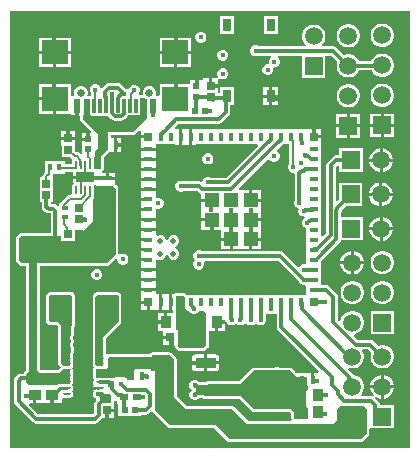
<source format=gbr>
%TF.GenerationSoftware,Altium Limited,Altium Designer,23.1.1 (15)*%
G04 Layer_Physical_Order=1*
G04 Layer_Color=255*
%FSLAX45Y45*%
%MOMM*%
%TF.SameCoordinates,F9E8136A-E86D-4813-A5E9-63B8E08E304F*%
%TF.FilePolarity,Positive*%
%TF.FileFunction,Copper,L1,Top,Signal*%
%TF.Part,Single*%
G01*
G75*
%TA.AperFunction,SMDPad,CuDef*%
G04:AMPARAMS|DCode=10|XSize=0.9mm|YSize=1.75mm|CornerRadius=0.0495mm|HoleSize=0mm|Usage=FLASHONLY|Rotation=90.000|XOffset=0mm|YOffset=0mm|HoleType=Round|Shape=RoundedRectangle|*
%AMROUNDEDRECTD10*
21,1,0.90000,1.65100,0,0,90.0*
21,1,0.80100,1.75000,0,0,90.0*
1,1,0.09900,0.82550,0.40050*
1,1,0.09900,0.82550,-0.40050*
1,1,0.09900,-0.82550,-0.40050*
1,1,0.09900,-0.82550,0.40050*
%
%ADD10ROUNDEDRECTD10*%
G04:AMPARAMS|DCode=11|XSize=3.2mm|YSize=1.75mm|CornerRadius=0.0525mm|HoleSize=0mm|Usage=FLASHONLY|Rotation=90.000|XOffset=0mm|YOffset=0mm|HoleType=Round|Shape=RoundedRectangle|*
%AMROUNDEDRECTD11*
21,1,3.20000,1.64500,0,0,90.0*
21,1,3.09500,1.75000,0,0,90.0*
1,1,0.10500,0.82250,1.54750*
1,1,0.10500,0.82250,-1.54750*
1,1,0.10500,-0.82250,-1.54750*
1,1,0.10500,-0.82250,1.54750*
%
%ADD11ROUNDEDRECTD11*%
%ADD12R,0.60000X0.40000*%
%ADD13R,1.07000X0.83000*%
%ADD14R,0.75000X0.60000*%
%ADD15R,0.20000X0.77500*%
%ADD16R,0.40000X0.80000*%
%ADD17R,0.80000X0.40000*%
%TA.AperFunction,BGAPad,CuDef*%
%ADD18R,1.20000X1.20000*%
%TA.AperFunction,SMDPad,CuDef*%
%ADD19R,0.80000X0.80000*%
%TA.AperFunction,ConnectorPad*%
%ADD20R,0.70000X1.00000*%
%TA.AperFunction,SMDPad,CuDef*%
%ADD21R,0.30000X1.15000*%
%ADD22R,0.60000X1.15000*%
%ADD23R,2.18000X2.00000*%
%ADD24R,0.83000X1.07000*%
G04:AMPARAMS|DCode=25|XSize=0.6mm|YSize=0.24mm|CornerRadius=0.12mm|HoleSize=0mm|Usage=FLASHONLY|Rotation=180.000|XOffset=0mm|YOffset=0mm|HoleType=Round|Shape=RoundedRectangle|*
%AMROUNDEDRECTD25*
21,1,0.60000,0.00000,0,0,180.0*
21,1,0.36000,0.24000,0,0,180.0*
1,1,0.24000,-0.18000,0.00000*
1,1,0.24000,0.18000,0.00000*
1,1,0.24000,0.18000,0.00000*
1,1,0.24000,-0.18000,0.00000*
%
%ADD25ROUNDEDRECTD25*%
%ADD26R,1.58000X2.85000*%
%ADD27R,0.45000X0.67500*%
%ADD28R,0.61535X0.57247*%
%ADD29R,0.45000X0.45000*%
%ADD30R,1.75000X2.20000*%
%ADD31R,0.72000X0.76000*%
%ADD32R,0.46818X0.47247*%
%ADD33R,0.62000X0.60000*%
%ADD34R,0.47247X0.46818*%
%ADD35R,0.70000X0.65000*%
%ADD36R,0.67248X0.71535*%
%ADD37R,0.57247X0.61535*%
%ADD38R,0.67500X0.45000*%
%ADD39R,0.65000X0.70000*%
G04:AMPARAMS|DCode=40|XSize=0.23mm|YSize=0.7mm|CornerRadius=0.04945mm|HoleSize=0mm|Usage=FLASHONLY|Rotation=0.000|XOffset=0mm|YOffset=0mm|HoleType=Round|Shape=RoundedRectangle|*
%AMROUNDEDRECTD40*
21,1,0.23000,0.60110,0,0,0.0*
21,1,0.13110,0.70000,0,0,0.0*
1,1,0.09890,0.06555,-0.30055*
1,1,0.09890,-0.06555,-0.30055*
1,1,0.09890,-0.06555,0.30055*
1,1,0.09890,0.06555,0.30055*
%
%ADD40ROUNDEDRECTD40*%
G04:AMPARAMS|DCode=41|XSize=1.5mm|YSize=0.9mm|CornerRadius=0.0495mm|HoleSize=0mm|Usage=FLASHONLY|Rotation=0.000|XOffset=0mm|YOffset=0mm|HoleType=Round|Shape=RoundedRectangle|*
%AMROUNDEDRECTD41*
21,1,1.50000,0.80100,0,0,0.0*
21,1,1.40100,0.90000,0,0,0.0*
1,1,0.09900,0.70050,-0.40050*
1,1,0.09900,-0.70050,-0.40050*
1,1,0.09900,-0.70050,0.40050*
1,1,0.09900,0.70050,0.40050*
%
%ADD41ROUNDEDRECTD41*%
%ADD42R,0.40000X0.60000*%
%ADD43R,0.76000X0.72000*%
%TA.AperFunction,Conductor*%
%ADD44C,0.30000*%
%ADD45C,0.20000*%
%ADD46C,0.18000*%
%ADD47C,0.25400*%
%TA.AperFunction,ComponentPad*%
%ADD48C,1.50000*%
%ADD49R,1.50000X1.50000*%
%TA.AperFunction,SMDPad,CuDef*%
%ADD50R,1.20000X1.20000*%
%TA.AperFunction,ComponentPad*%
%ADD51C,0.65000*%
%ADD52R,1.50000X1.50000*%
%TA.AperFunction,ViaPad*%
%ADD53R,2.52400X1.52400*%
%ADD54R,2.52400X1.52400*%
%ADD55C,0.45000*%
%ADD56C,0.50000*%
G36*
X12517500Y3702500D02*
X9131300D01*
Y7404100D01*
X12517500D01*
Y3702500D01*
D02*
G37*
%LPC*%
G36*
X11396500Y7356500D02*
X11278500D01*
Y7208500D01*
X11396500D01*
Y7356500D01*
D02*
G37*
G36*
X11026500D02*
X10908500D01*
Y7208500D01*
X11026500D01*
Y7356500D01*
D02*
G37*
G36*
X10756749Y7226500D02*
X10738251D01*
X10721160Y7219421D01*
X10708079Y7206340D01*
X10701000Y7189250D01*
Y7170751D01*
X10708079Y7153660D01*
X10721160Y7140579D01*
X10738251Y7133500D01*
X10756749D01*
X10773840Y7140579D01*
X10786921Y7153660D01*
X10794000Y7170751D01*
Y7189250D01*
X10786921Y7206340D01*
X10773840Y7219421D01*
X10756749Y7226500D01*
D02*
G37*
G36*
X11715534Y7288000D02*
X11689467D01*
X11664288Y7281253D01*
X11641713Y7268220D01*
X11623281Y7249787D01*
X11610247Y7227213D01*
X11603500Y7202034D01*
Y7175967D01*
X11610247Y7150788D01*
X11623281Y7128213D01*
X11634029Y7117464D01*
X11628769Y7104764D01*
X11235511D01*
X11219249Y7111500D01*
X11200751D01*
X11183660Y7104421D01*
X11170579Y7091340D01*
X11163500Y7074250D01*
Y7055751D01*
X11170579Y7038660D01*
X11183660Y7025579D01*
X11200751Y7018500D01*
X11219249D01*
X11235511Y7025236D01*
X11342620D01*
X11345146Y7012536D01*
X11343660Y7011921D01*
X11330579Y6998840D01*
X11323500Y6981749D01*
Y6963251D01*
X11314621Y6951500D01*
X11303251D01*
X11286160Y6944421D01*
X11273079Y6931340D01*
X11266000Y6914249D01*
Y6895750D01*
X11273079Y6878660D01*
X11286160Y6865579D01*
X11303251Y6858500D01*
X11321750D01*
X11338840Y6865579D01*
X11351921Y6878660D01*
X11359000Y6895750D01*
Y6914249D01*
X11367879Y6926000D01*
X11379250D01*
X11396340Y6933079D01*
X11409421Y6946160D01*
X11416500Y6963250D01*
Y6981749D01*
X11409421Y6998840D01*
X11396340Y7011921D01*
X11394855Y7012536D01*
X11397381Y7025236D01*
X11603500D01*
Y6836000D01*
X11801500D01*
Y7025236D01*
X11852529D01*
X11902283Y6975482D01*
X11896000Y6952034D01*
Y6925967D01*
X11902747Y6900788D01*
X11915780Y6878213D01*
X11934213Y6859781D01*
X11956787Y6846747D01*
X11981966Y6840000D01*
X12008033D01*
X12033212Y6846747D01*
X12055787Y6859781D01*
X12074219Y6878213D01*
X12087253Y6900788D01*
X12087306Y6900986D01*
X12192153D01*
X12203280Y6881713D01*
X12221713Y6863280D01*
X12244287Y6850247D01*
X12269466Y6843500D01*
X12295533D01*
X12320712Y6850247D01*
X12343287Y6863280D01*
X12361719Y6881713D01*
X12374753Y6904287D01*
X12381500Y6929466D01*
Y6955533D01*
X12374753Y6980712D01*
X12361719Y7003287D01*
X12343287Y7021720D01*
X12320712Y7034753D01*
X12295533Y7041500D01*
X12269466D01*
X12244287Y7034753D01*
X12221713Y7021720D01*
X12203280Y7003287D01*
X12190247Y6980712D01*
X12190194Y6980514D01*
X12085347D01*
X12074219Y6999787D01*
X12055787Y7018220D01*
X12033212Y7031253D01*
X12008033Y7038000D01*
X11981966D01*
X11958518Y7031717D01*
X11897117Y7093117D01*
X11884217Y7101737D01*
X11869000Y7104764D01*
X11776231D01*
X11770971Y7117464D01*
X11781720Y7128213D01*
X11794753Y7150788D01*
X11801500Y7175967D01*
Y7202034D01*
X11794753Y7227213D01*
X11781720Y7249787D01*
X11763287Y7268220D01*
X11740713Y7281253D01*
X11715534Y7288000D01*
D02*
G37*
G36*
X12295533Y7295500D02*
X12269466D01*
X12244287Y7288753D01*
X12221713Y7275720D01*
X12203280Y7257287D01*
X12190247Y7234712D01*
X12183500Y7209533D01*
Y7183466D01*
X12190247Y7158287D01*
X12203280Y7135713D01*
X12221713Y7117280D01*
X12244287Y7104247D01*
X12269466Y7097500D01*
X12295533D01*
X12320712Y7104247D01*
X12343287Y7117280D01*
X12361719Y7135713D01*
X12374753Y7158287D01*
X12381500Y7183466D01*
Y7209533D01*
X12374753Y7234712D01*
X12361719Y7257287D01*
X12343287Y7275720D01*
X12320712Y7288753D01*
X12295533Y7295500D01*
D02*
G37*
G36*
X12008033Y7292000D02*
X11981966D01*
X11956787Y7285253D01*
X11934213Y7272220D01*
X11915780Y7253787D01*
X11902747Y7231213D01*
X11896000Y7206034D01*
Y7179967D01*
X11902747Y7154788D01*
X11915780Y7132213D01*
X11934213Y7113781D01*
X11956787Y7100747D01*
X11981966Y7094000D01*
X12008033D01*
X12033212Y7100747D01*
X12055787Y7113781D01*
X12074219Y7132213D01*
X12087253Y7154788D01*
X12094000Y7179967D01*
Y7206034D01*
X12087253Y7231213D01*
X12074219Y7253787D01*
X12055787Y7272220D01*
X12033212Y7285253D01*
X12008033Y7292000D01*
D02*
G37*
G36*
X10666400Y7178400D02*
X10544701D01*
Y7065700D01*
X10666400D01*
Y7178400D01*
D02*
G37*
G36*
X9644400D02*
X9522700D01*
Y7065700D01*
X9644400D01*
Y7178400D01*
D02*
G37*
G36*
X9497300D02*
X9375600D01*
Y7065700D01*
X9497300D01*
Y7178400D01*
D02*
G37*
G36*
X10519301D02*
X10397600D01*
Y7065700D01*
X10519301D01*
Y7178400D01*
D02*
G37*
G36*
X10941750Y7074000D02*
X10923251D01*
X10906160Y7066921D01*
X10893079Y7053840D01*
X10886000Y7036749D01*
Y7018251D01*
X10893079Y7001160D01*
X10906160Y6988079D01*
X10923251Y6981000D01*
X10941750D01*
X10958840Y6988079D01*
X10971921Y7001160D01*
X10979000Y7018251D01*
Y7036749D01*
X10971921Y7053840D01*
X10958840Y7066921D01*
X10941750Y7074000D01*
D02*
G37*
G36*
X10666400Y7040300D02*
X10544701D01*
Y6927600D01*
X10666400D01*
Y7040300D01*
D02*
G37*
G36*
X10519301D02*
X10397600D01*
Y6927600D01*
X10519301D01*
Y7040300D01*
D02*
G37*
G36*
X9644400D02*
X9522700D01*
Y6927600D01*
X9644400D01*
Y7040300D01*
D02*
G37*
G36*
X9497300D02*
X9375600D01*
Y6927600D01*
X9497300D01*
Y7040300D01*
D02*
G37*
G36*
X10941750Y6916500D02*
X10923251D01*
X10906160Y6909421D01*
X10893079Y6896340D01*
X10886000Y6879249D01*
Y6860751D01*
X10892707Y6844559D01*
X10890728Y6839709D01*
X10886378Y6832401D01*
X10880780Y6832400D01*
X10842700D01*
Y6781701D01*
X10891400D01*
Y6821506D01*
X10891400Y6827379D01*
X10903931Y6832809D01*
X10906160Y6830579D01*
X10923251Y6823500D01*
X10941750D01*
X10958840Y6830579D01*
X10971921Y6843660D01*
X10979000Y6860751D01*
Y6879249D01*
X10971921Y6896340D01*
X10958840Y6909421D01*
X10941750Y6916500D01*
D02*
G37*
G36*
X10817300Y6832400D02*
X10768600D01*
X10766400Y6821400D01*
X10722700D01*
Y6766000D01*
X10697300D01*
Y6821400D01*
X10653600D01*
Y6785400D01*
X10544701D01*
Y6660000D01*
X10519301D01*
Y6785400D01*
X10397600D01*
Y6697603D01*
X10396400Y6685400D01*
X10372395D01*
X10365339Y6695960D01*
X10366500Y6698762D01*
Y6721239D01*
X10357898Y6742005D01*
X10342005Y6757898D01*
X10321238Y6766500D01*
X10298761D01*
X10277995Y6757898D01*
X10262102Y6742005D01*
X10253500Y6721239D01*
Y6698762D01*
X10247291Y6689470D01*
X10235000D01*
X10225636Y6687607D01*
X10222892Y6689170D01*
X10220760Y6704999D01*
X10221921Y6706160D01*
X10229000Y6723251D01*
Y6741750D01*
X10221921Y6758840D01*
X10208840Y6771921D01*
X10191749Y6779000D01*
X10173251D01*
X10156160Y6771921D01*
X10143079Y6758840D01*
X10136780Y6743632D01*
X10128603Y6740072D01*
X10123530Y6738921D01*
X10107268Y6745657D01*
X10069888Y6783037D01*
X10056988Y6791656D01*
X10041771Y6794683D01*
X9971359D01*
X9956141Y6791656D01*
X9943241Y6783037D01*
X9910733Y6750529D01*
X9904817Y6750577D01*
X9896529Y6752714D01*
X9891921Y6763840D01*
X9878840Y6776921D01*
X9861749Y6784000D01*
X9843251D01*
X9826160Y6776921D01*
X9813079Y6763840D01*
X9806000Y6746750D01*
Y6728251D01*
X9813079Y6711160D01*
X9814584Y6709655D01*
Y6694623D01*
X9807000Y6684470D01*
X9794010D01*
X9786954Y6695030D01*
X9788500Y6698762D01*
Y6721239D01*
X9779898Y6742005D01*
X9764005Y6757898D01*
X9743239Y6766500D01*
X9720762D01*
X9699995Y6757898D01*
X9684102Y6742005D01*
X9675500Y6721239D01*
Y6698762D01*
X9676661Y6695960D01*
X9669605Y6685400D01*
X9645600Y6685400D01*
X9644400Y6697603D01*
Y6785400D01*
X9522700D01*
Y6660000D01*
Y6534600D01*
X9632900D01*
X9644400Y6534600D01*
X9645600Y6522397D01*
Y6519600D01*
X9688299D01*
Y6602501D01*
X9713699D01*
Y6519600D01*
X9716946D01*
X9725861Y6510555D01*
X9725532Y6487855D01*
X9725565Y6487677D01*
X9725530Y6487500D01*
X9726427Y6482990D01*
X9727259Y6478464D01*
X9727357Y6478313D01*
X9727393Y6478136D01*
X9729948Y6474311D01*
X9732448Y6470450D01*
X9732597Y6470347D01*
X9732697Y6470197D01*
X9817938Y6384956D01*
X9813077Y6373223D01*
X9807100D01*
Y6317057D01*
X9794400D01*
Y6304357D01*
X9740377D01*
Y6260889D01*
X9741777D01*
Y6194429D01*
X9730043Y6189569D01*
X9721618Y6197994D01*
X9710372Y6205509D01*
X9697106Y6208147D01*
X9693378D01*
X9682624Y6218901D01*
Y6264189D01*
X9684024D01*
Y6312656D01*
X9625000D01*
Y6325356D01*
D01*
Y6312656D01*
X9565976D01*
Y6264189D01*
X9567376D01*
Y6169876D01*
X9633598D01*
X9654506Y6148969D01*
X9655859Y6142166D01*
X9655180Y6141149D01*
X9652933Y6129855D01*
Y6107166D01*
X9594000D01*
Y6134000D01*
X9426000D01*
Y6073348D01*
X9425334Y6070000D01*
Y6036859D01*
X9415487Y6027013D01*
X9407973Y6015766D01*
X9405334Y6002500D01*
Y5996500D01*
X9383500D01*
Y5878500D01*
Y5783500D01*
X9400236D01*
Y5745774D01*
X9403263Y5730556D01*
X9411883Y5717656D01*
X9429456Y5700082D01*
X9442357Y5691463D01*
X9457574Y5688436D01*
X9475936D01*
Y5524470D01*
X9227500D01*
X9218135Y5522607D01*
X9210197Y5517303D01*
X9187696Y5494802D01*
X9182392Y5486864D01*
X9180529Y5477499D01*
Y5295000D01*
X9182392Y5285636D01*
X9187696Y5277697D01*
X9215197Y5250197D01*
X9223135Y5244892D01*
X9232500Y5243030D01*
X9265529D01*
X9265530Y4369108D01*
X9262500Y4357500D01*
D01*
X9253799Y4348405D01*
X9252697Y4347303D01*
X9247392Y4339364D01*
X9245881Y4331764D01*
X9222574D01*
X9207357Y4328737D01*
X9194456Y4320118D01*
X9176883Y4302544D01*
X9168263Y4289643D01*
X9165236Y4274426D01*
Y4100000D01*
X9168263Y4084783D01*
X9176883Y4071883D01*
X9326883Y3921882D01*
X9339783Y3913263D01*
X9355000Y3910236D01*
X9850000D01*
X9865217Y3913263D01*
X9878117Y3921883D01*
X9912617Y3956382D01*
X9915101Y3960100D01*
X9939801D01*
Y4023500D01*
X9952501D01*
Y4036200D01*
X10013900D01*
Y4082633D01*
X10014470Y4085500D01*
Y4101098D01*
X10027170Y4108408D01*
X10033500Y4104731D01*
Y4081000D01*
X10036075D01*
X10047376Y4077623D01*
Y3972377D01*
X10242623D01*
Y3985236D01*
X10284926D01*
X10300143Y3988263D01*
X10313044Y3996883D01*
X10328571Y4012410D01*
X10343844Y4009722D01*
X10345197Y4007697D01*
X10472697Y3880197D01*
X10480636Y3874892D01*
X10490000Y3873030D01*
X10859864D01*
X10972697Y3760197D01*
X10980636Y3754892D01*
X10990000Y3753030D01*
X12100000D01*
X12109364Y3754892D01*
X12117303Y3760197D01*
X12167303Y3810197D01*
X12172607Y3818136D01*
X12174470Y3827500D01*
Y3860640D01*
X12183500Y3869500D01*
X12381500D01*
Y4067500D01*
X12264411D01*
X12261917Y4080037D01*
X12253298Y4092937D01*
X12218824Y4127411D01*
X12218970Y4135530D01*
X12221185Y4138776D01*
X12230475Y4136604D01*
X12243747Y4128942D01*
X12269282Y4122100D01*
X12269800D01*
Y4209800D01*
X12182100D01*
Y4209282D01*
X12188942Y4183747D01*
X12202160Y4160853D01*
X12212205Y4150807D01*
X12211740Y4144805D01*
X12208104Y4136949D01*
X12206617Y4136632D01*
X12205100Y4137645D01*
X12202717Y4139237D01*
X12187500Y4142264D01*
X12106232D01*
X12100971Y4154964D01*
X12107719Y4161713D01*
X12120753Y4184287D01*
X12127500Y4209466D01*
Y4235533D01*
X12120753Y4260712D01*
X12107719Y4283287D01*
X12089287Y4301719D01*
X12066712Y4314753D01*
X12041533Y4321500D01*
X12041059D01*
X12033657Y4332579D01*
X11996911Y4369324D01*
X12003486Y4380710D01*
X12015466Y4377500D01*
X12041533D01*
X12066712Y4384247D01*
X12089287Y4397280D01*
X12107719Y4415713D01*
X12120753Y4438287D01*
X12127500Y4463466D01*
Y4489533D01*
X12120753Y4514712D01*
X12114793Y4525036D01*
X12122125Y4537736D01*
X12165029D01*
X12189783Y4512982D01*
X12183500Y4489533D01*
Y4463466D01*
X12190247Y4438287D01*
X12203280Y4415713D01*
X12221713Y4397280D01*
X12244287Y4384247D01*
X12269466Y4377500D01*
X12295533D01*
X12320712Y4384247D01*
X12343287Y4397280D01*
X12361719Y4415713D01*
X12374753Y4438287D01*
X12381500Y4463466D01*
Y4489533D01*
X12374753Y4514712D01*
X12361719Y4537287D01*
X12343287Y4555719D01*
X12320712Y4568753D01*
X12295533Y4575500D01*
X12269466D01*
X12246018Y4569217D01*
X12209617Y4605617D01*
X12196717Y4614237D01*
X12181500Y4617264D01*
X12081150D01*
X12044660Y4653754D01*
X12048506Y4667868D01*
X12066712Y4672747D01*
X12089287Y4685780D01*
X12107719Y4704213D01*
X12120753Y4726787D01*
X12127500Y4751966D01*
Y4778033D01*
X12120753Y4803212D01*
X12107719Y4825787D01*
X12089287Y4844219D01*
X12066712Y4857253D01*
X12041533Y4864000D01*
X12015466D01*
X11990287Y4857253D01*
X11967713Y4844219D01*
X11949280Y4825787D01*
X11936247Y4803212D01*
X11931368Y4785006D01*
X11919630Y4781807D01*
X11909764Y4790200D01*
Y4980000D01*
X11906737Y4995217D01*
X11898117Y5008117D01*
X11835617Y5070617D01*
X11822717Y5079237D01*
X11807500Y5082264D01*
X11766500D01*
Y5168500D01*
Y5285265D01*
X11783106Y5301871D01*
X11783872Y5302383D01*
X11923244Y5441755D01*
X11931864Y5454655D01*
X11933126Y5461000D01*
X12119000D01*
Y5659000D01*
X11934891D01*
Y5704246D01*
X11940310Y5712356D01*
X11941730Y5719496D01*
X11973235Y5751000D01*
X12115000D01*
Y5949000D01*
X11917000D01*
Y5807235D01*
X11899624Y5789859D01*
X11887891Y5794719D01*
Y6081656D01*
X11906471Y6100236D01*
X11921000D01*
Y6041000D01*
X12119000D01*
Y6239000D01*
X11921000D01*
Y6179764D01*
X11890000D01*
X11874783Y6176737D01*
X11861883Y6168117D01*
X11820010Y6126244D01*
X11811390Y6113344D01*
X11808363Y6098127D01*
Y5524343D01*
X11778233Y5494213D01*
X11766500Y5499073D01*
Y5593500D01*
Y5678500D01*
Y5763500D01*
Y5848500D01*
Y5933500D01*
Y6018500D01*
Y6103500D01*
Y6188500D01*
Y6272100D01*
X11767900D01*
Y6324800D01*
X11702500D01*
Y6337500D01*
X11689800D01*
Y6402900D01*
X11637100D01*
Y6401500D01*
X10707900D01*
Y6402900D01*
X10675199D01*
Y6337501D01*
Y6272100D01*
X10707900D01*
Y6273500D01*
X11225927D01*
X11230787Y6261767D01*
X10960784Y5991764D01*
X10833012D01*
X10816750Y5998500D01*
X10798251D01*
X10781160Y5991421D01*
X10768079Y5978340D01*
X10761760Y5963084D01*
X10749965Y5955691D01*
X10748400Y5956737D01*
X10733183Y5959764D01*
X10602312D01*
X10586049Y5966500D01*
X10567551D01*
X10550460Y5959421D01*
X10537379Y5946340D01*
X10530300Y5929250D01*
Y5910751D01*
X10537379Y5893660D01*
X10550460Y5880579D01*
X10567551Y5873500D01*
X10586049D01*
X10602312Y5880236D01*
X10716712D01*
X10730566Y5866382D01*
X10743466Y5857763D01*
X10752100Y5856045D01*
Y5815200D01*
X10837500D01*
Y5789800D01*
X10752100D01*
Y5717100D01*
Y5650200D01*
X10837500D01*
Y5637500D01*
X10850200D01*
Y5552100D01*
X10917100D01*
Y5485200D01*
X11002500D01*
Y5472500D01*
X11015200D01*
Y5387100D01*
X11154800D01*
Y5472500D01*
X11167500D01*
Y5485200D01*
X11252900D01*
Y5552100D01*
Y5624800D01*
X11167500D01*
Y5650200D01*
X11252900D01*
Y5717100D01*
Y5789800D01*
X11167500D01*
Y5802500D01*
X11154800D01*
Y5887900D01*
X11070983D01*
X11066122Y5899633D01*
X11315046Y6148557D01*
X11327502Y6146079D01*
X11327713Y6145571D01*
X11340794Y6132490D01*
X11357884Y6125411D01*
X11376383D01*
X11393474Y6132490D01*
X11406555Y6145571D01*
X11413634Y6162662D01*
Y6181160D01*
X11406555Y6198251D01*
X11393474Y6211332D01*
X11392966Y6211542D01*
X11390488Y6223998D01*
X11422617Y6256128D01*
X11423130Y6256896D01*
X11439735Y6273500D01*
X11495334D01*
Y6111095D01*
X11490579Y6106340D01*
X11483500Y6089249D01*
Y6070751D01*
X11490579Y6053660D01*
X11503660Y6040579D01*
X11520751Y6033500D01*
X11527983D01*
X11539527Y6030203D01*
X11540236Y6021767D01*
Y5805512D01*
X11533500Y5789250D01*
Y5770751D01*
X11540579Y5753660D01*
X11553660Y5740579D01*
X11568447Y5734455D01*
X11574543Y5721767D01*
X11573500Y5719249D01*
Y5700751D01*
X11580579Y5683660D01*
X11593660Y5670579D01*
X11610750Y5663500D01*
X11624472D01*
X11626998Y5650800D01*
X11623306Y5649271D01*
X11610225Y5636190D01*
X11603146Y5619100D01*
Y5600601D01*
X11610225Y5583510D01*
X11623306Y5570429D01*
X11638500Y5564136D01*
Y5508500D01*
Y5423500D01*
Y5338500D01*
Y5263096D01*
X11630499Y5257750D01*
X11612001D01*
X11594910Y5250671D01*
X11581830Y5237590D01*
X11570832Y5235403D01*
X11448117Y5358117D01*
X11435217Y5366737D01*
X11420000Y5369764D01*
X10755511D01*
X10739249Y5376500D01*
X10720750D01*
X10703660Y5369421D01*
X10690579Y5356340D01*
X10683500Y5339249D01*
Y5320751D01*
X10690579Y5303660D01*
X10698632Y5295607D01*
X10688983Y5285958D01*
X10681904Y5268868D01*
Y5250369D01*
X10688983Y5233278D01*
X10702063Y5220197D01*
X10719154Y5213118D01*
X10737653D01*
X10754744Y5220197D01*
X10767824Y5233278D01*
X10774903Y5250369D01*
Y5268868D01*
X10771313Y5277536D01*
X10779799Y5290236D01*
X11403529D01*
X11575093Y5118672D01*
X11581829Y5102410D01*
X11594910Y5089329D01*
X11612000Y5082250D01*
X11630499D01*
X11638500Y5071818D01*
Y5002900D01*
X11637100D01*
Y5001500D01*
X10623106D01*
X10617303Y5007303D01*
X10609364Y5012607D01*
X10600000Y5014470D01*
X10540000D01*
X10530636Y5012607D01*
X10522697Y5007303D01*
X10519755Y5002900D01*
X10505200D01*
Y4937500D01*
Y4872100D01*
X10510772D01*
X10514624Y4861600D01*
X10509151Y4848900D01*
X10460699D01*
Y4770000D01*
X10447999D01*
Y4757300D01*
X10381100D01*
Y4691100D01*
X10426600D01*
Y4652700D01*
X10490000D01*
Y4640000D01*
X10502700D01*
Y4578600D01*
X10518369D01*
X10525730Y4567300D01*
X10526330Y4564279D01*
X10526501Y4561202D01*
X10527254Y4559638D01*
X10527592Y4557936D01*
X10529304Y4555374D01*
X10530639Y4552597D01*
X10531932Y4551440D01*
X10532897Y4549997D01*
X10552697Y4530197D01*
X10560635Y4524892D01*
X10570000Y4523030D01*
X10767500Y4523030D01*
X10776864Y4524892D01*
X10784803Y4530197D01*
X10807303Y4552697D01*
X10812608Y4560636D01*
X10814470Y4570000D01*
Y4590850D01*
X10816500Y4595751D01*
Y4614249D01*
X10814470Y4619150D01*
Y4668350D01*
X10816500Y4673250D01*
X10816500Y4691100D01*
X10826833Y4691100D01*
X10869300D01*
Y4770000D01*
X10894700D01*
Y4691100D01*
X10948900D01*
Y4776802D01*
X10961000Y4778250D01*
X10968079Y4761160D01*
X10981160Y4748079D01*
X10998251Y4741000D01*
X11016749D01*
X11033840Y4748079D01*
X11043750Y4757989D01*
X11053660Y4748079D01*
X11070751Y4741000D01*
X11089249D01*
X11106340Y4748079D01*
X11117591Y4759330D01*
X11125000Y4760374D01*
X11132409Y4759330D01*
X11143660Y4748079D01*
X11160751Y4741000D01*
X11179249D01*
X11196340Y4748079D01*
X11204203Y4755942D01*
X11212500Y4759747D01*
X11220797Y4755942D01*
X11228660Y4748079D01*
X11245751Y4741000D01*
X11264250D01*
X11281340Y4748079D01*
X11294421Y4761160D01*
X11301500Y4778251D01*
Y4796749D01*
X11296014Y4809994D01*
Y4842765D01*
X11308714Y4848025D01*
X11316160Y4840579D01*
X11333251Y4833500D01*
X11351749D01*
X11368840Y4840579D01*
X11375036Y4846775D01*
X11387736Y4841514D01*
Y4727500D01*
X11390763Y4712283D01*
X11399383Y4699383D01*
X11747255Y4351510D01*
X11739155Y4341650D01*
X11705200D01*
Y4282500D01*
X11679800D01*
Y4341650D01*
X11644600D01*
Y4340250D01*
X11553501D01*
X11553500Y4340250D01*
Y4340250D01*
X11544344Y4347762D01*
X11514803Y4377303D01*
X11506865Y4382607D01*
X11497500Y4384470D01*
X11412818D01*
X11411864Y4385108D01*
X11411357Y4385209D01*
X11410915Y4385478D01*
X11406693Y4386136D01*
X11402500Y4386970D01*
X11401992Y4386869D01*
X11401481Y4386949D01*
X11341993Y4384470D01*
X11325000D01*
X11324999Y4384470D01*
X11195000D01*
X11194138Y4384298D01*
X11193266Y4384408D01*
X11189483Y4383372D01*
X11185636Y4382607D01*
X11184905Y4382118D01*
X11184057Y4381886D01*
X11180958Y4379481D01*
X11177697Y4377302D01*
X11177209Y4376572D01*
X11176514Y4376032D01*
X11174571Y4372624D01*
X11172663Y4369769D01*
X11072297Y4269403D01*
X10806575Y4267631D01*
X10805997Y4267512D01*
X10805412Y4267596D01*
X10801340Y4266554D01*
X10797224Y4265706D01*
X10796735Y4265375D01*
X10796163Y4265228D01*
X10795280Y4264567D01*
X10728694D01*
X10721340Y4271921D01*
X10704249Y4279000D01*
X10685751D01*
X10668660Y4271921D01*
X10655579Y4258840D01*
X10648500Y4241749D01*
Y4223251D01*
X10655579Y4206160D01*
X10667989Y4193750D01*
X10655579Y4181340D01*
X10648500Y4164249D01*
Y4145751D01*
X10655579Y4128660D01*
X10668660Y4115579D01*
X10685751Y4108500D01*
X10704249D01*
X10721340Y4115579D01*
X10731194Y4125433D01*
X10763103D01*
X10763261Y4125197D01*
X10764270Y4124523D01*
X10765040Y4123584D01*
X10768210Y4121890D01*
X10771199Y4119892D01*
X10772390Y4119656D01*
X10773461Y4119083D01*
X10777038Y4118731D01*
X10780564Y4118030D01*
X11079864D01*
X11182697Y4015197D01*
X11190635Y4009892D01*
X11200000Y4008030D01*
X11499864D01*
X11510530Y3997364D01*
Y3957500D01*
X11512393Y3948136D01*
X11514708Y3944670D01*
X11508890Y3931970D01*
X11147636D01*
X11032303Y4047303D01*
X11024365Y4052608D01*
X11015000Y4054470D01*
X10868485D01*
X10867985Y4054371D01*
X10867482Y4054450D01*
X10866409Y4054190D01*
X10865000Y4054470D01*
X10627636D01*
X10546970Y4135136D01*
Y4450000D01*
X10545107Y4459364D01*
X10539803Y4467303D01*
X10502303Y4504803D01*
X10494364Y4510108D01*
X10485000Y4511970D01*
X10337500D01*
X10328136Y4510108D01*
X10320197Y4504803D01*
X10314963Y4496970D01*
X9967500D01*
X9959670Y4495413D01*
X9955469Y4496637D01*
X9946970Y4501510D01*
Y4632364D01*
X10060606Y4746000D01*
X10066500D01*
Y4751894D01*
X10067303Y4752697D01*
X10072607Y4760635D01*
X10074470Y4770000D01*
Y4795000D01*
Y4987500D01*
X10072607Y4996864D01*
X10067303Y5004803D01*
X10066500Y5005606D01*
Y5014000D01*
X10058106D01*
X10054803Y5017303D01*
X10046865Y5022607D01*
X10037500Y5024470D01*
X9872500D01*
X9863135Y5022607D01*
X9855197Y5017303D01*
X9851894Y5014000D01*
X9843500D01*
Y5005606D01*
X9837697Y4999803D01*
X9832393Y4991865D01*
X9830530Y4982500D01*
Y4515000D01*
Y4405000D01*
X9832393Y4395635D01*
X9837697Y4387697D01*
X9840394Y4385000D01*
X9840197Y4384803D01*
X9834892Y4376864D01*
X9833030Y4367500D01*
Y4302500D01*
X9834892Y4293135D01*
X9840197Y4285197D01*
X9843399Y4281994D01*
X9838089Y4274047D01*
X9835295Y4260000D01*
X9838089Y4245954D01*
X9844566Y4236260D01*
X9836770Y4224593D01*
X9836394Y4222700D01*
X9877588D01*
X9890000Y4220231D01*
Y4199769D01*
X9879950Y4197770D01*
X9874411D01*
X9868201Y4199005D01*
X9865791D01*
X9863427Y4199475D01*
X9862500D01*
X9860135Y4199005D01*
X9858652D01*
X9857281Y4198437D01*
X9853134Y4197612D01*
X9852666Y4197300D01*
X9836394D01*
X9836770Y4195407D01*
X9841389Y4188495D01*
X9840197Y4187303D01*
X9834892Y4179365D01*
X9833030Y4170000D01*
Y4152500D01*
X9834892Y4143136D01*
X9840197Y4135197D01*
X9847697Y4127697D01*
X9855635Y4122393D01*
X9857559Y4122010D01*
X9861740Y4108230D01*
X9856383Y4102872D01*
X9847763Y4089972D01*
X9845873Y4080474D01*
D01*
X9845306Y4077623D01*
X9844736Y4074755D01*
Y4000971D01*
X9833529Y3989764D01*
X9371471D01*
X9291868Y4069367D01*
X9296728Y4081100D01*
X9327300D01*
Y4148000D01*
X9352700D01*
Y4081100D01*
X9477300D01*
Y4148000D01*
X9502700D01*
Y4081100D01*
X9568900D01*
Y4118027D01*
X9581600Y4125363D01*
X9592000Y4123295D01*
X9628000D01*
X9642047Y4126089D01*
X9653955Y4134046D01*
X9661911Y4145954D01*
X9664705Y4160000D01*
X9661911Y4174047D01*
X9655434Y4183740D01*
X9663230Y4195407D01*
X9666133Y4210000D01*
X9663230Y4224593D01*
X9661202Y4227628D01*
X9657303Y4238903D01*
X9659437Y4242096D01*
X9661811Y4245113D01*
X9662072Y4246041D01*
X9662608Y4246842D01*
X9663357Y4250607D01*
X9664396Y4254304D01*
X9664282Y4255261D01*
X9664470Y4256206D01*
Y4258818D01*
X9664705Y4260000D01*
X9664470Y4261182D01*
Y4308818D01*
X9664705Y4310000D01*
X9664470Y4311182D01*
Y4358818D01*
X9664705Y4360000D01*
X9664470Y4361182D01*
Y4363794D01*
X9664282Y4364739D01*
X9664396Y4365695D01*
X9663357Y4369393D01*
X9662608Y4373158D01*
X9662072Y4373959D01*
X9661812Y4374887D01*
X9659436Y4377905D01*
X9657303Y4381097D01*
X9661250Y4392362D01*
X9665107Y4398135D01*
X9666970Y4407500D01*
Y4459675D01*
X9669392Y4551695D01*
X9669338Y4552010D01*
X9669393Y4554096D01*
X9669040Y4556151D01*
X9669048Y4556471D01*
X9668994Y4556788D01*
X9668993Y4556790D01*
Y4556793D01*
D01*
Y4557111D01*
X9668931Y4557424D01*
X9668931Y4559518D01*
X9668523Y4561566D01*
Y4561884D01*
X9668077Y4564124D01*
X9667155Y4566350D01*
X9666686Y4568713D01*
X9666654Y4568789D01*
X9666649Y4568796D01*
X9666648Y4568804D01*
X9666217Y4569844D01*
X9665198Y4572304D01*
X9665198Y4572304D01*
Y4572305D01*
Y4581069D01*
D01*
X9665198Y4581070D01*
D01*
X9665199Y4581071D01*
X9665199Y4581073D01*
X9665200Y4581074D01*
X9665378Y4581506D01*
X9665889Y4582740D01*
X9665890Y4582741D01*
Y4582741D01*
X9665890Y4582741D01*
X9666550Y4584334D01*
X9666551Y4584339D01*
X9666554Y4584343D01*
X9666686Y4584661D01*
X9667155Y4587024D01*
X9668078Y4589250D01*
X9669000Y4593887D01*
Y4596297D01*
D01*
X9669470Y4598661D01*
Y4614713D01*
X9669000Y4617077D01*
D01*
Y4617077D01*
X9669000Y4619489D01*
X9668078Y4624123D01*
X9667156Y4626349D01*
X9667155Y4626350D01*
Y4626350D01*
X9666686Y4628713D01*
X9665198Y4632303D01*
X9665198Y4632304D01*
Y4632305D01*
Y4641069D01*
D01*
X9665198Y4641070D01*
D01*
X9665199Y4641071D01*
X9665199Y4641073D01*
X9665200Y4641074D01*
X9665378Y4641506D01*
X9665889Y4642740D01*
X9665890Y4642741D01*
Y4642741D01*
X9665890Y4642741D01*
X9666550Y4644334D01*
X9666551Y4644339D01*
X9666554Y4644343D01*
X9666686Y4644661D01*
X9667155Y4647024D01*
X9668078Y4649250D01*
X9669000Y4653887D01*
Y4656297D01*
D01*
X9669470Y4658661D01*
Y4691970D01*
D01*
Y4724864D01*
X9672303Y4727697D01*
X9677608Y4735635D01*
X9679470Y4745000D01*
Y4982182D01*
X9680108Y4983136D01*
X9681970Y4992500D01*
X9680108Y5001865D01*
X9676500Y5007264D01*
Y5014000D01*
X9670606D01*
X9664803Y5019803D01*
X9656865Y5025108D01*
X9647500Y5026970D01*
X9475000D01*
X9465636Y5025108D01*
X9457697Y5019803D01*
X9445197Y5007303D01*
X9439892Y4999364D01*
X9438030Y4990000D01*
Y4780000D01*
X9439892Y4770636D01*
X9445197Y4762697D01*
X9453500Y4754394D01*
Y4746000D01*
X9463978D01*
X9465636Y4744892D01*
X9475000Y4743030D01*
X9524864D01*
X9535530Y4732364D01*
Y4420000D01*
X9537392Y4410636D01*
X9542697Y4402697D01*
X9560394Y4385000D01*
X9539864Y4364470D01*
X9390136D01*
X9384470Y4370136D01*
Y5243030D01*
X9952501D01*
X9961865Y5244892D01*
X9969804Y5250197D01*
X10028300Y5308695D01*
X10041000Y5303435D01*
Y5293251D01*
X10048079Y5276160D01*
X10061160Y5263079D01*
X10078251Y5256000D01*
X10096749D01*
X10113840Y5263079D01*
X10126921Y5276160D01*
X10134000Y5293251D01*
Y5311749D01*
X10126921Y5328840D01*
X10113840Y5341921D01*
X10096749Y5349000D01*
X10078251D01*
X10062170Y5342339D01*
X10056930Y5344190D01*
X10049470Y5348191D01*
Y5900000D01*
X10047608Y5909364D01*
X10042303Y5917303D01*
X10028381Y5931225D01*
X10022303Y5937304D01*
X10021161Y5938135D01*
X10019150Y5939601D01*
X10019150D01*
X10019150Y5939601D01*
Y5974800D01*
X9960001D01*
Y5987500D01*
X9947301D01*
Y6035400D01*
X9911759D01*
X9907784Y6046371D01*
X9907706Y6048100D01*
X9919803Y6060197D01*
X9925107Y6068135D01*
X9926970Y6077500D01*
Y6167364D01*
X9967058Y6207452D01*
X9978350Y6210850D01*
X9978351Y6210849D01*
Y6210850D01*
X9978351Y6210850D01*
X10013550D01*
Y6270000D01*
Y6329150D01*
X9986970D01*
Y6350530D01*
X10172500D01*
X10181864Y6352392D01*
X10189803Y6357697D01*
X10224400Y6392294D01*
X10237100Y6387033D01*
Y6350200D01*
X10302500D01*
Y6324800D01*
X10237100D01*
Y6272100D01*
Y6245200D01*
X10302500D01*
X10367900D01*
Y6273500D01*
X10532100D01*
Y6272100D01*
X10564800D01*
Y6337500D01*
Y6402900D01*
X10532100D01*
X10528507Y6404567D01*
X10525400Y6419420D01*
X10556216Y6450236D01*
X10900000D01*
X10915217Y6453263D01*
X10928117Y6461883D01*
X10984107Y6517872D01*
X10992727Y6530773D01*
X10995754Y6545990D01*
Y6608500D01*
X11026500D01*
Y6756500D01*
X10908500D01*
Y6709764D01*
X10891400D01*
Y6756301D01*
X10830000D01*
Y6769001D01*
X10817300D01*
Y6832400D01*
D02*
G37*
G36*
X11397900Y6757900D02*
X11350200D01*
Y6695201D01*
X11397900D01*
Y6757900D01*
D02*
G37*
G36*
X11324800D02*
X11277100D01*
Y6695201D01*
X11324800D01*
Y6757900D01*
D02*
G37*
G36*
X9497300Y6785400D02*
X9375600D01*
Y6672700D01*
X9497300D01*
Y6785400D01*
D02*
G37*
G36*
X11397900Y6669801D02*
X11350200D01*
Y6607100D01*
X11397900D01*
Y6669801D01*
D02*
G37*
G36*
X11324800D02*
X11277100D01*
Y6607100D01*
X11324800D01*
Y6669801D01*
D02*
G37*
G36*
X12295533Y6787500D02*
X12269466D01*
X12244287Y6780753D01*
X12221713Y6767720D01*
X12203280Y6749287D01*
X12190247Y6726712D01*
X12183500Y6701533D01*
Y6675466D01*
X12190247Y6650287D01*
X12203280Y6627713D01*
X12221713Y6609280D01*
X12244287Y6596247D01*
X12269466Y6589500D01*
X12295533D01*
X12320712Y6596247D01*
X12343287Y6609280D01*
X12361719Y6627713D01*
X12374753Y6650287D01*
X12381500Y6675466D01*
Y6701533D01*
X12374753Y6726712D01*
X12361719Y6749287D01*
X12343287Y6767720D01*
X12320712Y6780753D01*
X12295533Y6787500D01*
D02*
G37*
G36*
X12008033Y6784000D02*
X11981966D01*
X11956787Y6777253D01*
X11934213Y6764220D01*
X11915780Y6745787D01*
X11902747Y6723213D01*
X11896000Y6698034D01*
Y6671967D01*
X11902747Y6646788D01*
X11915780Y6624213D01*
X11934213Y6605781D01*
X11956787Y6592747D01*
X11981966Y6586000D01*
X12008033D01*
X12033212Y6592747D01*
X12055787Y6605781D01*
X12074219Y6624213D01*
X12087253Y6646788D01*
X12094000Y6671967D01*
Y6698034D01*
X12087253Y6723213D01*
X12074219Y6745787D01*
X12055787Y6764220D01*
X12033212Y6777253D01*
X12008033Y6784000D01*
D02*
G37*
G36*
X9497300Y6647300D02*
X9375600D01*
Y6534600D01*
X9497300D01*
Y6647300D01*
D02*
G37*
G36*
X12382900Y6534900D02*
X12295200D01*
Y6447199D01*
X12382900D01*
Y6534900D01*
D02*
G37*
G36*
X12269800D02*
X12182100D01*
Y6447199D01*
X12269800D01*
Y6534900D01*
D02*
G37*
G36*
X12095400Y6531400D02*
X12007700D01*
Y6443700D01*
X12095400D01*
Y6531400D01*
D02*
G37*
G36*
X11982300D02*
X11894600D01*
Y6443700D01*
X11982300D01*
Y6531400D01*
D02*
G37*
G36*
X11767900Y6402900D02*
X11715200D01*
Y6350200D01*
X11767900D01*
Y6402900D01*
D02*
G37*
G36*
X9684024Y6386523D02*
X9637700D01*
Y6338056D01*
X9684024D01*
Y6386523D01*
D02*
G37*
G36*
X9612300D02*
X9565976D01*
Y6338056D01*
X9612300D01*
Y6386523D01*
D02*
G37*
G36*
X12382900Y6421799D02*
X12295200D01*
Y6334100D01*
X12382900D01*
Y6421799D01*
D02*
G37*
G36*
X12269800D02*
X12182100D01*
Y6334100D01*
X12269800D01*
Y6421799D01*
D02*
G37*
G36*
X12095400Y6418300D02*
X12007700D01*
Y6330600D01*
X12095400D01*
Y6418300D01*
D02*
G37*
G36*
X11982300D02*
X11894600D01*
Y6330600D01*
X11982300D01*
Y6418300D01*
D02*
G37*
G36*
X9781700Y6373223D02*
X9740377D01*
Y6329757D01*
X9781700D01*
Y6373223D01*
D02*
G37*
G36*
X10074150Y6329150D02*
X10038950D01*
Y6282700D01*
X10074150D01*
Y6329150D01*
D02*
G37*
G36*
X10649799Y6402900D02*
X10590200D01*
Y6337500D01*
Y6272100D01*
X10649799D01*
Y6337501D01*
Y6402900D01*
D02*
G37*
G36*
X10074150Y6257300D02*
X10038950D01*
Y6210850D01*
X10074150D01*
Y6257300D01*
D02*
G37*
G36*
X10367900Y6219800D02*
X10302500D01*
X10237100D01*
Y6187100D01*
Y6160200D01*
X10302500D01*
X10367900D01*
Y6187100D01*
Y6219800D01*
D02*
G37*
G36*
X12287218Y6240400D02*
X12286700D01*
Y6152700D01*
X12374400D01*
Y6153218D01*
X12367558Y6178753D01*
X12354340Y6201647D01*
X12335647Y6220340D01*
X12312753Y6233558D01*
X12287218Y6240400D01*
D02*
G37*
G36*
X12261300D02*
X12260782D01*
X12235247Y6233558D01*
X12212353Y6220340D01*
X12193660Y6201647D01*
X12180442Y6178753D01*
X12173600Y6153218D01*
Y6152700D01*
X12261300D01*
Y6240400D01*
D02*
G37*
G36*
X10816750Y6196500D02*
X10798251D01*
X10781160Y6189421D01*
X10768079Y6176340D01*
X10761000Y6159249D01*
Y6140750D01*
X10768079Y6123660D01*
X10781160Y6110579D01*
X10798251Y6103500D01*
X10816750D01*
X10833840Y6110579D01*
X10846921Y6123660D01*
X10854000Y6140750D01*
Y6159249D01*
X10846921Y6176340D01*
X10833840Y6189421D01*
X10816750Y6196500D01*
D02*
G37*
G36*
X10367900Y6134800D02*
X10302500D01*
X10237100D01*
Y6102100D01*
Y6075200D01*
X10302500D01*
X10367900D01*
Y6102100D01*
Y6134800D01*
D02*
G37*
G36*
X12374400Y6127300D02*
X12286700D01*
Y6039600D01*
X12287218D01*
X12312753Y6046442D01*
X12335647Y6059660D01*
X12354340Y6078353D01*
X12367558Y6101247D01*
X12374400Y6126782D01*
Y6127300D01*
D02*
G37*
G36*
X12261300D02*
X12173600D01*
Y6126782D01*
X12180442Y6101247D01*
X12193660Y6078353D01*
X12212353Y6059660D01*
X12235247Y6046442D01*
X12260782Y6039600D01*
X12261300D01*
Y6127300D01*
D02*
G37*
G36*
X10019150Y6035400D02*
X9972701D01*
Y6000200D01*
X10019150D01*
Y6035400D01*
D02*
G37*
G36*
X10367900Y6049800D02*
X10302500D01*
X10237100D01*
Y6017100D01*
Y5990200D01*
X10302500D01*
X10367900D01*
Y6017100D01*
Y6049800D01*
D02*
G37*
G36*
Y5964800D02*
X10302500D01*
X10237100D01*
Y5932100D01*
Y5905200D01*
X10302500D01*
X10367900D01*
Y5932100D01*
Y5964800D01*
D02*
G37*
G36*
X12283218Y5950400D02*
X12282700D01*
Y5862700D01*
X12370400D01*
Y5863218D01*
X12363558Y5888753D01*
X12350340Y5911647D01*
X12331647Y5930340D01*
X12308753Y5943558D01*
X12283218Y5950400D01*
D02*
G37*
G36*
X12257300D02*
X12256782D01*
X12231247Y5943558D01*
X12208353Y5930340D01*
X12189660Y5911647D01*
X12176442Y5888753D01*
X12169600Y5863218D01*
Y5862700D01*
X12257300D01*
Y5950400D01*
D02*
G37*
G36*
X11252900Y5887900D02*
X11180200D01*
Y5815200D01*
X11252900D01*
Y5887900D01*
D02*
G37*
G36*
X12370400Y5837300D02*
X12282700D01*
Y5749600D01*
X12283218D01*
X12308753Y5756442D01*
X12331647Y5769660D01*
X12350340Y5788353D01*
X12363558Y5811247D01*
X12370400Y5836782D01*
Y5837300D01*
D02*
G37*
G36*
X12257300D02*
X12169600D01*
Y5836782D01*
X12176442Y5811247D01*
X12189660Y5788353D01*
X12208353Y5769660D01*
X12231247Y5756442D01*
X12256782Y5749600D01*
X12257300D01*
Y5837300D01*
D02*
G37*
G36*
X10367900Y5879800D02*
X10302500D01*
X10237100D01*
Y5847100D01*
Y5820199D01*
X10302500D01*
Y5794799D01*
X10237100D01*
Y5762100D01*
Y5735200D01*
X10302500D01*
Y5709800D01*
X10237100D01*
Y5677100D01*
Y5650200D01*
X10302500D01*
X10367900D01*
Y5722586D01*
X10376751Y5728500D01*
X10395249D01*
X10412340Y5735579D01*
X10425421Y5748660D01*
X10432500Y5765750D01*
Y5784249D01*
X10425421Y5801340D01*
X10412340Y5814421D01*
X10395249Y5821500D01*
X10376751D01*
X10367900Y5827414D01*
Y5879800D01*
D02*
G37*
G36*
X12287218Y5660400D02*
X12286700D01*
Y5572700D01*
X12374400D01*
Y5573218D01*
X12367558Y5598753D01*
X12354340Y5621647D01*
X12335647Y5640340D01*
X12312753Y5653558D01*
X12287218Y5660400D01*
D02*
G37*
G36*
X12261300D02*
X12260782D01*
X12235247Y5653558D01*
X12212353Y5640340D01*
X12193660Y5621647D01*
X12180442Y5598753D01*
X12173600Y5573218D01*
Y5572700D01*
X12261300D01*
Y5660400D01*
D02*
G37*
G36*
X10367900Y5624800D02*
X10302500D01*
X10237100D01*
Y5592100D01*
Y5565200D01*
X10302500D01*
X10367900D01*
Y5592100D01*
Y5624800D01*
D02*
G37*
G36*
X10824800D02*
X10752100D01*
Y5552100D01*
X10824800D01*
Y5624800D01*
D02*
G37*
G36*
X12374400Y5547300D02*
X12286700D01*
Y5459600D01*
X12287218D01*
X12312753Y5466442D01*
X12335647Y5479660D01*
X12354340Y5498353D01*
X12367558Y5521247D01*
X12374400Y5546782D01*
Y5547300D01*
D02*
G37*
G36*
X12261300D02*
X12173600D01*
Y5546782D01*
X12180442Y5521247D01*
X12193660Y5498353D01*
X12212353Y5479660D01*
X12235247Y5466442D01*
X12260782Y5459600D01*
X12261300D01*
Y5547300D01*
D02*
G37*
G36*
X11252900Y5459800D02*
X11180200D01*
Y5387100D01*
X11252900D01*
Y5459800D01*
D02*
G37*
G36*
X10989800Y5459800D02*
X10917100D01*
Y5387100D01*
X10989800D01*
Y5459800D01*
D02*
G37*
G36*
X10367900Y5539800D02*
X10302500D01*
X10237100D01*
Y5507100D01*
Y5480200D01*
X10302500D01*
Y5454800D01*
X10237100D01*
Y5422100D01*
Y5395200D01*
X10302500D01*
Y5369800D01*
X10237100D01*
Y5337100D01*
Y5310200D01*
X10302500D01*
Y5284800D01*
X10237100D01*
Y5252100D01*
Y5225200D01*
X10302500D01*
X10367900D01*
Y5296211D01*
X10380600Y5302070D01*
X10395253Y5296000D01*
X10414747D01*
X10432756Y5303460D01*
X10446540Y5317244D01*
X10454000Y5335253D01*
X10466000D01*
X10473460Y5317244D01*
X10487244Y5303460D01*
X10505253Y5296000D01*
X10524747D01*
X10542756Y5303460D01*
X10556540Y5317244D01*
X10564000Y5335253D01*
Y5354747D01*
X10556540Y5372756D01*
X10542756Y5386540D01*
X10524747Y5394000D01*
Y5406000D01*
X10542756Y5413460D01*
X10556540Y5427244D01*
X10564000Y5445253D01*
Y5464747D01*
X10556540Y5482756D01*
X10542756Y5496540D01*
X10524747Y5504000D01*
X10505253D01*
X10487244Y5496540D01*
X10473460Y5482756D01*
X10466000Y5464747D01*
X10454000D01*
X10446540Y5482756D01*
X10432756Y5496540D01*
X10414747Y5504000D01*
X10395253D01*
X10380600Y5497930D01*
X10367900Y5503789D01*
Y5539800D01*
D02*
G37*
G36*
X12041718Y5373400D02*
X12041200D01*
Y5285700D01*
X12128900D01*
Y5286218D01*
X12122058Y5311753D01*
X12108840Y5334647D01*
X12090147Y5353340D01*
X12067253Y5366558D01*
X12041718Y5373400D01*
D02*
G37*
G36*
X12015800D02*
X12015282D01*
X11989747Y5366558D01*
X11966853Y5353340D01*
X11948160Y5334647D01*
X11934942Y5311753D01*
X11928100Y5286218D01*
Y5285700D01*
X12015800D01*
Y5373400D01*
D02*
G37*
G36*
X12295533Y5372000D02*
X12269466D01*
X12244287Y5365253D01*
X12221713Y5352219D01*
X12203280Y5333787D01*
X12190247Y5311212D01*
X12183500Y5286033D01*
Y5259966D01*
X12190247Y5234787D01*
X12203280Y5212213D01*
X12221713Y5193780D01*
X12244287Y5180747D01*
X12269466Y5174000D01*
X12295533D01*
X12320712Y5180747D01*
X12343287Y5193780D01*
X12361719Y5212213D01*
X12374753Y5234787D01*
X12381500Y5259966D01*
Y5286033D01*
X12374753Y5311212D01*
X12361719Y5333787D01*
X12343287Y5352219D01*
X12320712Y5365253D01*
X12295533Y5372000D01*
D02*
G37*
G36*
X12128900Y5260300D02*
X12041200D01*
Y5172600D01*
X12041718D01*
X12067253Y5179442D01*
X12090147Y5192660D01*
X12108840Y5211353D01*
X12122058Y5234247D01*
X12128900Y5259782D01*
Y5260300D01*
D02*
G37*
G36*
X12015800D02*
X11928100D01*
Y5259782D01*
X11934942Y5234247D01*
X11948160Y5211353D01*
X11966853Y5192660D01*
X11989747Y5179442D01*
X12015282Y5172600D01*
X12015800D01*
Y5260300D01*
D02*
G37*
G36*
X10367900Y5199800D02*
X10302500D01*
X10237100D01*
Y5167100D01*
Y5140200D01*
X10302500D01*
X10367900D01*
Y5167100D01*
Y5199800D01*
D02*
G37*
G36*
X9874249Y5216500D02*
X9855751D01*
X9838660Y5209421D01*
X9825579Y5196340D01*
X9818500Y5179249D01*
Y5160751D01*
X9825579Y5143660D01*
X9838660Y5130579D01*
X9855751Y5123500D01*
X9874249D01*
X9891340Y5130579D01*
X9904421Y5143660D01*
X9911500Y5160751D01*
Y5179249D01*
X9904421Y5196340D01*
X9891340Y5209421D01*
X9874249Y5216500D01*
D02*
G37*
G36*
X10367900Y5114800D02*
X10302500D01*
X10237100D01*
Y5082100D01*
Y5055200D01*
X10302500D01*
X10367900D01*
Y5082100D01*
Y5114800D01*
D02*
G37*
G36*
X12295533Y5118000D02*
X12269466D01*
X12244287Y5111253D01*
X12221713Y5098219D01*
X12203280Y5079787D01*
X12190247Y5057212D01*
X12183500Y5032033D01*
Y5005966D01*
X12190247Y4980787D01*
X12203280Y4958213D01*
X12221713Y4939780D01*
X12244287Y4926747D01*
X12269466Y4920000D01*
X12295533D01*
X12320712Y4926747D01*
X12343287Y4939780D01*
X12361719Y4958213D01*
X12374753Y4980787D01*
X12381500Y5005966D01*
Y5032033D01*
X12374753Y5057212D01*
X12361719Y5079787D01*
X12343287Y5098219D01*
X12320712Y5111253D01*
X12295533Y5118000D01*
D02*
G37*
G36*
X12041533D02*
X12015466D01*
X11990287Y5111253D01*
X11967713Y5098219D01*
X11949280Y5079787D01*
X11936247Y5057212D01*
X11929500Y5032033D01*
Y5005966D01*
X11936247Y4980787D01*
X11949280Y4958213D01*
X11967713Y4939780D01*
X11990287Y4926747D01*
X12015466Y4920000D01*
X12041533D01*
X12066712Y4926747D01*
X12089287Y4939780D01*
X12107719Y4958213D01*
X12120753Y4980787D01*
X12127500Y5005966D01*
Y5032033D01*
X12120753Y5057212D01*
X12107719Y5079787D01*
X12089287Y5098219D01*
X12066712Y5111253D01*
X12041533Y5118000D01*
D02*
G37*
G36*
X10479800Y5002900D02*
X10420200D01*
Y4937500D01*
Y4872100D01*
X10479800D01*
Y4937500D01*
Y5002900D01*
D02*
G37*
G36*
X10367900Y5029800D02*
X10302500D01*
X10237100D01*
Y4997100D01*
Y4950200D01*
X10302500D01*
Y4937500D01*
X10315200D01*
Y4872100D01*
X10394800D01*
Y4937500D01*
Y5002900D01*
X10367900D01*
Y5029800D01*
D02*
G37*
G36*
X10289800Y4924800D02*
X10237100D01*
Y4872100D01*
X10289800D01*
Y4924800D01*
D02*
G37*
G36*
X10435299Y4848900D02*
X10381100D01*
Y4782700D01*
X10435299D01*
Y4848900D01*
D02*
G37*
G36*
X12381500Y4864000D02*
X12183500D01*
Y4666000D01*
X12381500D01*
Y4864000D01*
D02*
G37*
G36*
X10477300Y4627300D02*
X10426600D01*
Y4578600D01*
X10477300D01*
Y4627300D01*
D02*
G37*
G36*
X10870050Y4495995D02*
X10800200D01*
Y4437700D01*
X10900994D01*
Y4465050D01*
X10898639Y4476892D01*
X10891931Y4486931D01*
X10881892Y4493639D01*
X10870050Y4495995D01*
D02*
G37*
G36*
X10774800D02*
X10704950D01*
X10693108Y4493639D01*
X10683069Y4486931D01*
X10676361Y4476892D01*
X10674005Y4465050D01*
Y4437700D01*
X10774800D01*
Y4495995D01*
D02*
G37*
G36*
X10900994Y4412300D02*
X10800200D01*
Y4354006D01*
X10870050D01*
X10881892Y4356361D01*
X10891931Y4363069D01*
X10898639Y4373108D01*
X10900994Y4384950D01*
Y4412300D01*
D02*
G37*
G36*
X10774800D02*
X10674005D01*
Y4384950D01*
X10676361Y4373108D01*
X10683069Y4363069D01*
X10693108Y4356361D01*
X10704950Y4354006D01*
X10774800D01*
Y4412300D01*
D02*
G37*
G36*
X12295718Y4322900D02*
X12295200D01*
Y4235200D01*
X12382900D01*
Y4235718D01*
X12376058Y4261253D01*
X12362840Y4284147D01*
X12344147Y4302840D01*
X12321253Y4316058D01*
X12295718Y4322900D01*
D02*
G37*
G36*
X12269800D02*
X12269282D01*
X12243747Y4316058D01*
X12220853Y4302840D01*
X12202160Y4284147D01*
X12188942Y4261253D01*
X12182100Y4235718D01*
Y4235200D01*
X12269800D01*
Y4322900D01*
D02*
G37*
G36*
X12382900Y4209800D02*
X12295200D01*
Y4122100D01*
X12295718D01*
X12321253Y4128942D01*
X12344147Y4142160D01*
X12362840Y4160853D01*
X12376058Y4183747D01*
X12382900Y4209282D01*
Y4209800D01*
D02*
G37*
G36*
X10013900Y4010800D02*
X9965201D01*
Y3960100D01*
X10013900D01*
Y4010800D01*
D02*
G37*
%LPD*%
G36*
X10277995Y6662102D02*
X10287000Y6658372D01*
Y6521000D01*
X10295000D01*
Y6497500D01*
X10172500Y6375000D01*
X9962500D01*
Y6237500D01*
X9902500Y6177500D01*
Y6077500D01*
X9890000Y6065000D01*
X9848961D01*
X9845067Y6069745D01*
Y6129855D01*
X9842821Y6141149D01*
X9842166Y6142129D01*
Y6157476D01*
X9840893Y6163876D01*
X9847024Y6176576D01*
X9847023D01*
Y6212024D01*
X9875000Y6240000D01*
X9877500D01*
Y6360000D01*
X9750000Y6487500D01*
X9750485Y6521000D01*
X9755000D01*
Y6658372D01*
X9758930Y6660000D01*
X9807000D01*
Y6521000D01*
X9816500D01*
X9820000Y6517500D01*
X9960345D01*
X9967058Y6507453D01*
X9989628Y6484883D01*
X10002528Y6476263D01*
X10017745Y6473236D01*
X10074255D01*
X10089472Y6476263D01*
X10102372Y6484883D01*
X10124118Y6506628D01*
X10132737Y6519529D01*
X10133030Y6521000D01*
X10235000D01*
Y6665000D01*
X10275097D01*
X10277995Y6662102D01*
D02*
G37*
G36*
X9668006Y6034849D02*
Y6007500D01*
X9769000D01*
Y5982100D01*
X9668006D01*
Y5954750D01*
X9669714Y5946160D01*
X9661577Y5940723D01*
X9655180Y5931149D01*
X9652933Y5919855D01*
Y5859745D01*
X9653214Y5858331D01*
X9645157Y5848514D01*
X9638848D01*
X9625582Y5845875D01*
X9614336Y5838360D01*
X9563772Y5787796D01*
X9556257Y5776550D01*
X9556247Y5776500D01*
X9546000D01*
Y5753350D01*
X9533300Y5748089D01*
X9525072Y5756317D01*
X9512172Y5764937D01*
X9496955Y5767964D01*
X9479764D01*
Y5783500D01*
X9496500D01*
Y5878500D01*
Y5996500D01*
X9496500D01*
X9492004Y6009200D01*
X9492027Y6009234D01*
X9494666Y6022500D01*
Y6026000D01*
X9594000D01*
Y6037834D01*
X9665556D01*
X9668006Y6034849D01*
D02*
G37*
G36*
X9870000Y5920000D02*
X10005000D01*
X10025000Y5900000D01*
Y5340002D01*
X9952501Y5267500D01*
X9360000D01*
Y4360000D01*
X9380000Y4340000D01*
X9550000D01*
X9584739Y4374739D01*
X9592000Y4373295D01*
X9628000D01*
X9628724Y4373439D01*
X9640000Y4363794D01*
Y4256206D01*
X9628724Y4246561D01*
X9628000Y4246705D01*
X9613588D01*
X9610000Y4247419D01*
X9552000D01*
X9537680Y4244571D01*
X9530840Y4240000D01*
X9290000D01*
X9270000Y4260000D01*
Y4330000D01*
X9290000Y4350000D01*
X9289999Y5267500D01*
X9232500D01*
X9204999Y5295000D01*
Y5477499D01*
X9227500Y5500000D01*
X9561000D01*
Y5458500D01*
X9679000D01*
Y5500000D01*
X9705000D01*
X9830000Y5625000D01*
Y5803475D01*
X9835013Y5808488D01*
X9842527Y5819734D01*
X9845166Y5833000D01*
Y5888300D01*
X9845067Y5888797D01*
Y5919855D01*
X9843809Y5926179D01*
X9850346Y5927480D01*
X9854118Y5930000D01*
X9860000D01*
X9870000Y5920000D01*
D02*
G37*
G36*
X10610000Y4980000D02*
Y4890000D01*
X10618500Y4881500D01*
Y4873500D01*
X10626500D01*
X10640000Y4860000D01*
X10646489D01*
X10648079Y4856160D01*
X10661160Y4843079D01*
X10678251Y4836000D01*
X10696749D01*
X10713840Y4843079D01*
X10726921Y4856160D01*
X10728511Y4860000D01*
X10770000D01*
X10790000Y4840000D01*
Y4570000D01*
X10767500Y4547500D01*
X10570000Y4547500D01*
X10550200Y4567300D01*
X10552000Y4580000D01*
X10552000D01*
Y4700000D01*
X10540000D01*
Y4990000D01*
X10600000D01*
X10610000Y4980000D01*
D02*
G37*
G36*
X9657500Y4992500D02*
X9655000Y4990000D01*
Y4745000D01*
X9645000Y4735000D01*
Y4691970D01*
Y4658661D01*
X9644078Y4654024D01*
Y4654024D01*
X9643943Y4653699D01*
X9643283Y4652107D01*
X9643282Y4652105D01*
X9643282Y4652104D01*
X9643282Y4652103D01*
X9642591Y4650434D01*
X9642591Y4650434D01*
Y4650434D01*
X9642590Y4650432D01*
Y4650432D01*
X9640728Y4645936D01*
Y4641069D01*
Y4632305D01*
Y4632304D01*
Y4627438D01*
X9642590Y4622941D01*
X9642590Y4622940D01*
X9642591Y4622939D01*
X9644078Y4619349D01*
X9644548Y4616986D01*
Y4616985D01*
X9645000Y4614713D01*
Y4598661D01*
X9644078Y4594025D01*
Y4594024D01*
X9643943Y4593699D01*
X9643283Y4592107D01*
X9643282Y4592105D01*
X9643282Y4592104D01*
X9643282Y4592103D01*
X9642591Y4590435D01*
X9642591Y4590434D01*
Y4590434D01*
X9642590Y4590432D01*
Y4590432D01*
X9640728Y4585936D01*
Y4581069D01*
Y4572305D01*
Y4572305D01*
Y4567438D01*
X9642590Y4562941D01*
X9642590Y4562940D01*
X9642591Y4562940D01*
X9644040Y4559440D01*
X9644078Y4559350D01*
X9644523Y4557110D01*
Y4556791D01*
X9644931Y4554741D01*
X9644876Y4552653D01*
X9644930Y4552339D01*
X9642500Y4460000D01*
Y4407500D01*
X9632438Y4397438D01*
X9630151Y4397438D01*
X9628879Y4397590D01*
X9628000Y4397765D01*
X9627411D01*
X9626823Y4397835D01*
X9626574Y4397765D01*
X9594410D01*
X9589513Y4398739D01*
X9587103D01*
X9584739Y4399209D01*
X9582376Y4398739D01*
X9581261D01*
X9560000Y4420000D01*
Y4742500D01*
X9535000Y4767500D01*
X9475000D01*
X9462500Y4780000D01*
Y4990000D01*
X9475000Y5002500D01*
X9647500D01*
X9657500Y4992500D01*
D02*
G37*
G36*
X10050000Y4987500D02*
Y4795000D01*
Y4770000D01*
X9922500Y4642500D01*
Y4405000D01*
X9915000Y4397500D01*
X9912855Y4395739D01*
X9908000Y4396705D01*
X9872000D01*
X9864739Y4395261D01*
X9855000Y4405000D01*
Y4515000D01*
Y4982500D01*
X9872500Y5000000D01*
X10037500D01*
X10050000Y4987500D01*
D02*
G37*
G36*
X9927500Y4165000D02*
Y4165000D01*
X9930000Y4162500D01*
X9977021D01*
X9990000Y4149521D01*
Y4085500D01*
X9912500D01*
Y4142500D01*
X9910000Y4145000D01*
X9865000D01*
X9857500Y4152500D01*
Y4170000D01*
X9862500Y4175000D01*
X9863427D01*
X9872000Y4173295D01*
X9908000D01*
X9916574Y4175000D01*
X9917500D01*
X9927500Y4165000D01*
D02*
G37*
G36*
X11405000Y4360000D02*
X11497500D01*
X11557500Y4300000D01*
X11645000D01*
X11645000Y4300000D01*
X11646000Y4299000D01*
Y4224750D01*
X11652500D01*
Y4202500D01*
X11635000Y4185000D01*
Y4062500D01*
X11652500Y4045000D01*
Y3960000D01*
X11644540Y3950000D01*
X11545000D01*
X11537500Y3957500D01*
X11535000D01*
Y4007500D01*
X11510000Y4032500D01*
X11200000D01*
X11090000Y4142500D01*
X10780564D01*
X10773775Y4155200D01*
X10773799Y4155236D01*
X10787500D01*
X10802717Y4158263D01*
X10815617Y4166883D01*
X10824237Y4179783D01*
X10827264Y4195000D01*
X10824237Y4210217D01*
X10815617Y4223117D01*
X10804647Y4230447D01*
X10805182Y4238742D01*
X10806738Y4243162D01*
X11082500Y4245000D01*
X11195000Y4357500D01*
Y4359999D01*
X11195000Y4360000D01*
X11325000D01*
X11325000Y4360000D01*
X11342500D01*
X11402500Y4362500D01*
X11405000Y4360000D01*
D02*
G37*
G36*
X10522500Y4450000D02*
Y4125000D01*
X10617500Y4030000D01*
X10865000D01*
X10866814Y4028186D01*
X10868485Y4030000D01*
X11015000D01*
X11137500Y3907500D01*
X11870000D01*
X11902500Y3939999D01*
Y4032500D01*
X11932500Y4062500D01*
X12122500Y4062500D01*
X12150000Y4035000D01*
Y3827500D01*
X12100000Y3777500D01*
X10990000D01*
X10870000Y3897500D01*
X10490000D01*
X10362500Y4025000D01*
Y4367500D01*
X10355107Y4374893D01*
X10352781Y4372500D01*
X10190000D01*
X10184683Y4367314D01*
X10182500Y4280000D01*
X10177500Y4275000D01*
X10132500D01*
X10119000Y4288500D01*
Y4294000D01*
X10113500D01*
X10105000Y4302500D01*
X10017500D01*
X10012500Y4297500D01*
X9980953D01*
X9969570Y4299764D01*
X9890000D01*
X9878618Y4297500D01*
X9862500D01*
X9857500Y4302500D01*
Y4367500D01*
X9861261Y4371261D01*
X9862375D01*
X9864739Y4370791D01*
X9867103Y4371261D01*
X9869513D01*
X9874410Y4372235D01*
X9905590D01*
X9908081Y4371740D01*
X9909296D01*
X9910457Y4371387D01*
X9914033Y4371740D01*
X9917628D01*
X9918751Y4372204D01*
X9919959Y4372323D01*
X9923127Y4374017D01*
X9925500Y4375000D01*
X9947500D01*
X9965000Y4392500D01*
X9962500Y4395000D01*
Y4467500D01*
X9967500Y4472500D01*
X10337500D01*
Y4487500D01*
X10485000D01*
X10522500Y4450000D01*
D02*
G37*
D10*
X10787500Y4425000D02*
D03*
Y4195000D02*
D03*
Y3965000D02*
D03*
D11*
X11412500Y4195000D02*
D03*
D12*
X9600000Y5732500D02*
D03*
Y5657500D02*
D03*
D13*
X10020000Y4428000D02*
D03*
X10162500D02*
D03*
X9490000Y4148000D02*
D03*
Y4292000D02*
D03*
X9340000Y4148000D02*
D03*
Y4292000D02*
D03*
X10162500Y4572000D02*
D03*
X10020000D02*
D03*
D14*
X10095000Y4135000D02*
D03*
X10205000D02*
D03*
D15*
X9819000Y4491300D02*
D03*
X9773000D02*
D03*
X9727000D02*
D03*
X9681000D02*
D03*
X9819000Y4128700D02*
D03*
X9773000D02*
D03*
X9727000D02*
D03*
X9681000D02*
D03*
D16*
X10407500Y4937500D02*
D03*
X10492500D02*
D03*
X10577500D02*
D03*
X10662500D02*
D03*
X11002500D02*
D03*
X11087500D02*
D03*
X11172500D02*
D03*
X11257500D02*
D03*
X11342500D02*
D03*
X11427500D02*
D03*
X11512500D02*
D03*
X11597500D02*
D03*
Y6337500D02*
D03*
X11512500D02*
D03*
X10662500D02*
D03*
X10577500D02*
D03*
X10407500D02*
D03*
X10747500Y4937500D02*
D03*
X10832500D02*
D03*
X10917500D02*
D03*
X11427500Y6337500D02*
D03*
X11342500D02*
D03*
X11257500D02*
D03*
X11172500D02*
D03*
X11087500D02*
D03*
X11002500D02*
D03*
X10917500D02*
D03*
X10832500D02*
D03*
X10747500D02*
D03*
X10492500D02*
D03*
D17*
X11702500Y5042500D02*
D03*
Y5127500D02*
D03*
Y5212500D02*
D03*
Y5297500D02*
D03*
Y5382500D02*
D03*
Y5637500D02*
D03*
Y5722500D02*
D03*
Y6062500D02*
D03*
Y6147500D02*
D03*
X10302500Y6232500D02*
D03*
Y6147500D02*
D03*
Y6062500D02*
D03*
Y5977500D02*
D03*
Y5892500D02*
D03*
Y5807500D02*
D03*
Y5722500D02*
D03*
Y5637500D02*
D03*
Y5552500D02*
D03*
Y5467500D02*
D03*
Y5382500D02*
D03*
Y5297500D02*
D03*
Y5212500D02*
D03*
Y5127500D02*
D03*
Y5042500D02*
D03*
X11702500Y5467500D02*
D03*
Y5552500D02*
D03*
Y5807500D02*
D03*
Y5892500D02*
D03*
Y5977500D02*
D03*
Y6232500D02*
D03*
D18*
X10837500Y5637500D02*
D03*
Y5802500D02*
D03*
X11002500Y5472500D02*
D03*
X11167500D02*
D03*
Y5637500D02*
D03*
Y5802500D02*
D03*
D19*
X10302500Y4937500D02*
D03*
X11702500D02*
D03*
Y6337500D02*
D03*
X10302500D02*
D03*
D20*
X10967500Y6682500D02*
D03*
Y7282500D02*
D03*
X11337500Y6682500D02*
D03*
Y7282500D02*
D03*
D21*
X9846000Y6602500D02*
D03*
X9896000D02*
D03*
X9946000D02*
D03*
X9996000D02*
D03*
X10046000D02*
D03*
X10096000D02*
D03*
X10146000D02*
D03*
X10196000D02*
D03*
D22*
X9781000D02*
D03*
X10261000D02*
D03*
X9701000D02*
D03*
X10341000D02*
D03*
D23*
X9510000Y6660000D02*
D03*
X10532000D02*
D03*
X9510000Y7053000D02*
D03*
X10532000D02*
D03*
D24*
X11740000Y4152500D02*
D03*
X11596000D02*
D03*
X10882000Y4770000D02*
D03*
X10738000D02*
D03*
X11596000Y4010000D02*
D03*
X11740000D02*
D03*
X10448000Y4770000D02*
D03*
X10592000D02*
D03*
D25*
X9890000Y4160000D02*
D03*
Y4210000D02*
D03*
Y4260000D02*
D03*
Y4310000D02*
D03*
Y4360000D02*
D03*
Y4410000D02*
D03*
Y4460000D02*
D03*
X9610000D02*
D03*
Y4410000D02*
D03*
Y4360000D02*
D03*
Y4310000D02*
D03*
Y4260000D02*
D03*
Y4210000D02*
D03*
Y4160000D02*
D03*
D26*
X9750000Y4310000D02*
D03*
D27*
X9933750Y6270000D02*
D03*
X10026250D02*
D03*
X10156250Y4312500D02*
D03*
X10248750D02*
D03*
X11600000Y4282500D02*
D03*
X11692500D02*
D03*
D28*
X10187856Y4025000D02*
D03*
X10102144D02*
D03*
D29*
X10072500Y4327500D02*
D03*
Y4247500D02*
D03*
D30*
X9565000Y4880000D02*
D03*
X9955000D02*
D03*
D31*
X9952500Y4023500D02*
D03*
Y4121500D02*
D03*
X10830000Y6671000D02*
D03*
Y6769000D02*
D03*
D32*
X10699785Y6560000D02*
D03*
X10780215D02*
D03*
D33*
X10710000Y6766000D02*
D03*
Y6674000D02*
D03*
D34*
X9987500Y4242285D02*
D03*
Y4322715D02*
D03*
D35*
X9620000Y5515000D02*
D03*
X9715000D02*
D03*
D36*
X9625000Y6229644D02*
D03*
Y6325356D02*
D03*
D37*
X9794400Y6231343D02*
D03*
Y6317056D02*
D03*
D38*
X9960000Y5987500D02*
D03*
Y5895000D02*
D03*
D39*
X9715000Y5735000D02*
D03*
Y5640000D02*
D03*
X9440000Y5937500D02*
D03*
Y5842500D02*
D03*
D40*
X9689000Y5889800D02*
D03*
X9729000D02*
D03*
X9769000D02*
D03*
X9809000D02*
D03*
X9849000D02*
D03*
X9689000Y6099800D02*
D03*
X9729000D02*
D03*
X9769000D02*
D03*
X9809000D02*
D03*
X9849000D02*
D03*
D41*
X9769000Y5994800D02*
D03*
D42*
X9550000Y6080000D02*
D03*
X9470000D02*
D03*
D43*
X10588000Y4640000D02*
D03*
X10490000D02*
D03*
D44*
X10707870Y4157870D02*
X10745000Y4195000D01*
X10697870Y4157870D02*
X10707870D01*
X10695000Y4155000D02*
X10697870Y4157870D01*
X10710370Y4229630D02*
X10745000Y4195000D01*
X10697870Y4229630D02*
X10710370D01*
X10680000Y4425000D02*
X10787500D01*
X10745000Y4195000D02*
X10787500D01*
X10695000Y4232500D02*
X10697870Y4229630D01*
X11337500Y6677500D02*
Y6682500D01*
Y6677500D02*
X11357500Y6657500D01*
X11392500D01*
X10684630Y4885370D02*
X10687500Y4882500D01*
X10684630Y4885370D02*
Y4895369D01*
X10662500Y4917500D02*
X10684630Y4895369D01*
X10662500Y4917500D02*
Y4937500D01*
X11256250Y4936250D02*
X11257500Y4937500D01*
X11255000Y4787500D02*
X11256250Y4788750D01*
X11342500Y4880000D02*
Y4937500D01*
X11256250Y4788750D02*
Y4936250D01*
X10977255Y5952000D02*
X11309500Y6284245D01*
Y6284500D01*
X11337500Y6312500D01*
X10440500Y6390755D02*
X10539745Y6490000D01*
X10440500Y6390501D02*
Y6390755D01*
X10407500Y6357500D02*
X10440500Y6390501D01*
X10407500Y6337500D02*
Y6357500D01*
X11087500Y4799059D02*
Y4937500D01*
X11080000Y4791559D02*
X11087500Y4799059D01*
X11755755Y5330500D02*
X11895127Y5469872D01*
Y5719127D01*
X11703225Y4936775D02*
X11797625D01*
X11798350Y4936051D01*
X11167500Y5472500D02*
X11170000Y5475000D01*
Y5555000D01*
X11621250Y5128750D02*
X11701250D01*
X11631559Y5717500D02*
X11697500D01*
X11624059Y5710000D02*
X11631559Y5717500D01*
X11171250Y4788750D02*
Y4936250D01*
X11170000Y4787500D02*
X11171250Y4788750D01*
X11702500Y6337500D02*
Y6402500D01*
X11002500Y4796559D02*
Y4937500D01*
Y4796559D02*
X11007500Y4791559D01*
X10837500Y5532500D02*
Y5637500D01*
X11427500Y4727500D02*
Y4937500D01*
X11170000Y5555000D02*
Y5635000D01*
Y5640000D02*
Y5720000D01*
X11167500Y5637500D02*
X11170000Y5640000D01*
X11621250Y5211250D02*
X11701250D01*
X11512500Y4797500D02*
Y4937500D01*
X11682500Y6147500D02*
X11702500D01*
X11630000Y6180000D02*
X11632870Y6177130D01*
X11652870D02*
X11682500Y6147500D01*
X11632870Y6177130D02*
X11652870D01*
X11004755Y5894500D02*
X11394500Y6284245D01*
X10758683Y5894500D02*
X11004755D01*
X11626317Y6062500D02*
X11702500D01*
X11616317Y6052500D02*
X11626317Y6062500D01*
X11602500Y6052500D02*
X11616317D01*
X11002500Y5472500D02*
Y5555000D01*
Y5637500D01*
X11702500Y5042500D02*
X11807500D01*
X11870000Y4980000D01*
X11600570Y4876930D02*
Y4934430D01*
X11727755Y5387500D02*
X11848127Y5507872D01*
X11702500Y5382500D02*
X11707500Y5387500D01*
X11727755D01*
X10835000Y5717500D02*
Y5800000D01*
X11649646Y5609850D02*
X11652516Y5612720D01*
X11682500Y5637500D02*
X11702500D01*
X11657720Y5612720D02*
X11682500Y5637500D01*
X11652516Y5612720D02*
X11657720D01*
X11697500Y5717500D02*
X11702500Y5722500D01*
Y4937500D02*
X11703225Y4936775D01*
X11337500Y6312500D02*
Y6332500D01*
X11342500Y6337500D01*
X11702500Y5297500D02*
X11722500D01*
X11755500Y5330500D01*
X11755755D01*
X10835000Y5800000D02*
X10837500Y5802500D01*
X11701250Y5128750D02*
X11702500Y5127500D01*
X11394500Y6284245D02*
Y6284500D01*
X11422500Y6312500D01*
Y6332500D01*
X11427500Y6337500D01*
X11171250Y4936250D02*
X11172500Y4937500D01*
X10837500Y5637500D02*
X10837500Y5637500D01*
X11597500Y4937500D02*
X11600570Y4934430D01*
X11167500Y5637500D02*
X11170000Y5635000D01*
X11701250Y5211250D02*
X11702500Y5212500D01*
X11890000Y6140000D02*
X12020000D01*
X11848127Y6098127D02*
X11890000Y6140000D01*
X11848127Y5507872D02*
Y6098127D01*
X12001000Y4476500D02*
X12028500D01*
X11600570Y4876930D02*
X12001000Y4476500D01*
X12181500Y4577500D02*
X12282500Y4476500D01*
X12064679Y4577500D02*
X12181500D01*
X11870000Y4772179D02*
X12064679Y4577500D01*
X11870000Y4772179D02*
Y4980000D01*
X11580000Y6030000D02*
X11602500Y6052500D01*
X11580000Y5780000D02*
Y6030000D01*
X10733183Y5920000D02*
X10758683Y5894500D01*
X10576800Y5920000D02*
X10733183D01*
X11512500Y4797500D02*
X12005539Y4304461D01*
Y4245461D02*
Y4304461D01*
Y4245461D02*
X12028500Y4222500D01*
X11427500Y4727500D02*
X11855000Y4300000D01*
Y4237500D02*
Y4300000D01*
Y4237500D02*
X11907619Y4184881D01*
Y4157381D02*
Y4184881D01*
Y4157381D02*
X11962500Y4102500D01*
X12187500D01*
X12225180Y4064820D01*
Y4025819D02*
Y4064820D01*
Y4025819D02*
X12282500Y3968500D01*
X11007500Y4787500D02*
Y4791559D01*
X11620000Y5710000D02*
X11624059D01*
X11903573Y5737573D02*
X12016000Y5850000D01*
X11903573Y5727573D02*
Y5737573D01*
X11895127Y5719127D02*
X11903573Y5727573D01*
X11080000Y4787500D02*
Y4791559D01*
X10955990Y6545990D02*
Y6670000D01*
X10900000Y6490000D02*
X10955990Y6545990D01*
X10539745Y6490000D02*
X10900000D01*
X10807500Y5952000D02*
X10977255D01*
X9715000Y5640000D02*
X9716250Y5638750D01*
X9768750D01*
X9770000Y5637500D01*
X10884500Y4772500D02*
X10938717D01*
X10490000Y4640000D02*
X10499830Y4630171D01*
Y4581470D02*
X10502700Y4578600D01*
X10499830Y4581470D02*
Y4630171D01*
X11740000Y4152500D02*
X11742500Y4155000D01*
X11802500D01*
X10882000Y4770000D02*
X10884500Y4772500D01*
X10160000Y4574500D02*
Y4640000D01*
Y4574500D02*
X10162500Y4572000D01*
X10711250Y6767250D02*
Y6821250D01*
X10712500Y6822500D01*
X10710000Y6766000D02*
X10711250Y6767250D01*
X10830000Y6671000D02*
X10841000Y6660000D01*
X10848500Y6652500D02*
Y6667500D01*
X10830000Y6671000D02*
X10841000Y6660000D01*
X10848500Y6652500D01*
Y6667500D02*
X10851000Y6670000D01*
X10947500D01*
X10952500Y6675000D01*
Y6682500D01*
X10967500D01*
X11420000Y5330000D02*
X11621250Y5128750D01*
X11210000Y7065000D02*
X11869000D01*
X11002500Y5637500D02*
Y5720000D01*
X9742092Y5348033D02*
X9756213D01*
X9714059Y5320000D02*
X9742092Y5348033D01*
X9710000Y5320000D02*
X9714059D01*
X9777426Y5369247D02*
Y5455073D01*
X9756213Y5348033D02*
X9777426Y5369247D01*
X11869000Y7065000D02*
X11995000Y6939000D01*
X11996750Y6940750D02*
X12280750D01*
X11995000Y6939000D02*
X11996750Y6940750D01*
X12280750D02*
X12282500Y6942500D01*
X9717500Y5515000D02*
X9777426Y5455073D01*
X10046000Y6670255D02*
X10072376Y6696630D01*
X10094320D01*
X10046000Y6602500D02*
Y6670255D01*
X10094320Y6696630D02*
X10097190Y6699500D01*
X9995176Y6535570D02*
Y6697419D01*
X9507500Y6662500D02*
X9510000Y6660000D01*
X9507500Y6662500D02*
Y6780000D01*
X9701750Y6515750D02*
Y6601750D01*
Y6515750D02*
X9702500Y6515000D01*
X9946000Y6602500D02*
Y6665278D01*
X9943000Y6668278D02*
X9946000Y6665278D01*
X10532000Y6660000D02*
X10537500Y6665500D01*
Y6777500D01*
X10532000Y7053000D02*
X10535000Y7056000D01*
Y7175000D01*
X9507500Y7055500D02*
Y7170000D01*
Y7055500D02*
X9510000Y7053000D01*
X10341750Y6520750D02*
Y6601750D01*
Y6520750D02*
X10342500Y6520000D01*
X9701000Y6602500D02*
X9701750Y6601750D01*
X10341000Y6602500D02*
X10341750Y6601750D01*
X10096000Y6534746D02*
Y6602500D01*
X10074255Y6513000D02*
X10096000Y6534746D01*
X10017745Y6513000D02*
X10074255D01*
X9995176Y6535570D02*
X10017745Y6513000D01*
X10041771Y6754919D02*
X10097190Y6699500D01*
X9971359Y6754919D02*
X10041771D01*
X9937676Y6721236D02*
X9971359Y6754919D01*
X9937676Y6678579D02*
Y6721236D01*
Y6678579D02*
X9943000Y6673255D01*
Y6668278D02*
Y6673255D01*
X10026250Y6270000D02*
X10090000D01*
X9815947Y5987870D02*
X9897130D01*
X9900000Y5985000D01*
X11757500Y3992500D02*
X11800500D01*
X11740000Y4010000D02*
X11757500Y3992500D01*
X11728972Y4271029D02*
X11731842Y4268159D01*
X11700000Y4271029D02*
X11728972D01*
X11692500Y4278529D02*
X11700000Y4271029D01*
X11692500Y4278529D02*
Y4282500D01*
X9498126Y5450000D02*
X9515700Y5467574D01*
X9392500Y5377500D02*
X9465000Y5450000D01*
X9515700Y5467574D02*
Y5709455D01*
X9342500Y5377500D02*
X9392500D01*
X9465000Y5450000D02*
X9498126D01*
X9440000Y5745774D02*
X9457574Y5728200D01*
X9496955D02*
X9515700Y5709455D01*
X9440000Y5745774D02*
Y5842500D01*
X9457574Y5728200D02*
X9496955D01*
X9355000Y3950000D02*
X9850000D01*
X9884500Y3984500D02*
Y4074755D01*
X9850000Y3950000D02*
X9884500Y3984500D01*
Y4074755D02*
X9912500Y4102755D01*
Y4137500D01*
X9205000Y4100000D02*
X9355000Y3950000D01*
X10884500Y6769500D02*
X10885000Y6770000D01*
X10830000Y6769000D02*
X10830500Y6769500D01*
X10884500D01*
X10780215Y6560000D02*
X10825000D01*
X9794169Y6317287D02*
X9794400Y6317056D01*
X9793938Y6367379D02*
X9794169Y6367148D01*
Y6317287D02*
Y6367148D01*
X9808938Y5994879D02*
X9815947Y5987870D01*
X9901250Y5986250D02*
X9958750D01*
X9960000Y5987500D01*
X9900000Y5985000D02*
X9901250Y5986250D01*
X9624469Y6325887D02*
Y6381848D01*
Y6325887D02*
X9625000Y6325356D01*
X9623938Y6382379D02*
X9624469Y6381848D01*
X9485000Y4087500D02*
Y4143000D01*
X9490000Y4148000D01*
X9338500Y4146500D02*
X9340000Y4148000D01*
X9267500Y4145000D02*
X9269000Y4146500D01*
X9338500D01*
X9205000Y4100000D02*
Y4274426D01*
X9222574Y4292000D01*
X9340000D01*
X10317500Y4057574D02*
Y4161317D01*
X10205000Y4135000D02*
X10206250Y4136250D01*
X10122427Y4197574D02*
X10281243D01*
X10317500Y4161317D01*
X10284926Y4025000D02*
X10317500Y4057574D01*
X10206250Y4136250D02*
X10258750D01*
X10260000Y4137500D01*
X9952500Y3967500D02*
Y4023500D01*
X10445500Y4767500D02*
X10448000Y4770000D01*
X10390000Y4767500D02*
X10445500D01*
X10287500Y4310000D02*
X10290000Y4307500D01*
X10248750Y4312500D02*
X10251250Y4310000D01*
X10287500D01*
X9715000Y5515000D02*
X9717500D01*
X10730000Y5330000D02*
X11420000D01*
X9902000Y4160000D02*
X9905000Y4157000D01*
X9890000Y4160000D02*
X9902000D01*
X9905000Y4145000D02*
Y4157000D01*
Y4145000D02*
X9912500Y4137500D01*
X9996124Y4199631D02*
Y4233876D01*
X10045755Y4150000D02*
X10079644D01*
X9996124Y4199631D02*
X10045755Y4150000D01*
X10079644D02*
X10098572Y4131072D01*
X9987500Y4242285D02*
X9987715D01*
X9996124Y4233876D01*
X9987285Y4242285D02*
X9987715D01*
X9969570Y4260000D02*
X9987285Y4242285D01*
X9890000Y4260000D02*
X9969570D01*
X10187856Y4025000D02*
X10284926D01*
X10072500Y4247500D02*
X10122427Y4197574D01*
X10098572Y4028572D02*
X10102144Y4025000D01*
X10098572Y4028572D02*
Y4131072D01*
X10699785Y6560000D02*
X10704893Y6565108D01*
Y6668893D01*
X10710000Y6674000D01*
X10726000Y6672500D02*
X10828500D01*
X10721750Y6668250D02*
X10726000Y6672500D01*
X10721750Y6663250D02*
Y6668250D01*
X10711000Y6674000D02*
X10721750Y6663250D01*
D45*
X11512500Y6317500D02*
X11530000Y6300000D01*
X11512500Y6317500D02*
Y6337500D01*
X11530000Y6080000D02*
Y6300000D01*
X9849250Y6605750D02*
Y6734250D01*
X9846000Y6602500D02*
X9849250Y6605750D01*
X10151000Y6607500D02*
Y6658716D01*
X10146000Y6602500D02*
X10151000Y6607500D01*
X10182500Y6725735D02*
Y6732500D01*
X10154000Y6697235D02*
X10182500Y6725735D01*
X10154000Y6661716D02*
Y6697235D01*
X10151000Y6658716D02*
X10154000Y6661716D01*
X9849250Y6734250D02*
X9852500Y6737500D01*
X9588284Y5742500D02*
Y5763284D01*
Y5742500D02*
X9598284Y5732500D01*
X9600000D01*
X9767500Y5888300D02*
X9769000Y5889800D01*
X9767500Y5846513D02*
Y5888300D01*
X9734835Y5813848D02*
X9767500Y5846513D01*
X9638848Y5813848D02*
X9734835D01*
X9588284Y5763284D02*
X9638848Y5813848D01*
X9585526Y5596974D02*
Y5647500D01*
X9595526Y5657500D01*
X9600000D01*
X9585526Y5596974D02*
X9616716Y5565784D01*
Y5518284D02*
X9620000Y5515000D01*
X9616716Y5518284D02*
Y5565784D01*
X9794400Y6170576D02*
Y6231343D01*
Y6170576D02*
X9807500Y6157476D01*
Y6101300D02*
Y6157476D01*
Y6101300D02*
X9809000Y6099800D01*
X9440000Y6002500D02*
X9460000Y6022500D01*
Y6070000D02*
X9470000Y6080000D01*
X9460000Y6022500D02*
Y6070000D01*
X9440000Y5937500D02*
Y6002500D01*
X9557500Y6072500D02*
X9675784D01*
X9550000Y6080000D02*
X9557500Y6072500D01*
X9675784D02*
X9678084Y6074800D01*
X9687500D01*
X9689000Y6076300D01*
Y6099800D01*
X9679018Y6173481D02*
X9697106D01*
X9727500Y6143087D01*
X9625000Y6227500D02*
Y6229644D01*
Y6227500D02*
X9679018Y6173481D01*
X9727500Y6101300D02*
Y6143087D01*
Y6101300D02*
X9729000Y6099800D01*
X9810500Y5833000D02*
Y5888300D01*
X9715000Y5737500D02*
X9810500Y5833000D01*
X9809000Y5889800D02*
X9810500Y5888300D01*
X9715000Y5735000D02*
Y5737500D01*
X9440000Y5937500D02*
X9445000Y5942500D01*
D46*
X9729000Y5889800D02*
Y5994817D01*
X9726438Y5997379D02*
X9729000Y5994817D01*
X9769000Y5994800D02*
Y6099800D01*
D47*
X9490000Y4148000D02*
X9502000D01*
X9528500Y4174500D02*
Y4186500D01*
X9552000Y4210000D02*
X9610000D01*
X9502000Y4148000D02*
X9528500Y4174500D01*
Y4186500D02*
X9552000Y4210000D01*
D48*
X11702500Y7189000D02*
D03*
X11995000Y6685000D02*
D03*
Y6939000D02*
D03*
Y7193000D02*
D03*
X12028500Y4765000D02*
D03*
X12282500Y5019000D02*
D03*
X12028500D02*
D03*
X12282500Y5273000D02*
D03*
X12028500D02*
D03*
X12270000Y5850000D02*
D03*
X12274000Y6140000D02*
D03*
Y5560000D02*
D03*
X12282500Y7196500D02*
D03*
Y6942500D02*
D03*
Y6688500D02*
D03*
X12028500Y3968500D02*
D03*
X12282500Y4222500D02*
D03*
X12028500D02*
D03*
X12282500Y4476500D02*
D03*
X12028500D02*
D03*
D49*
X11702500Y6935000D02*
D03*
X11995000Y6431000D02*
D03*
X12282500Y4765000D02*
D03*
Y6434500D02*
D03*
Y3968500D02*
D03*
D50*
X11002500Y5802500D02*
D03*
Y5637500D02*
D03*
D51*
X9732000Y6710000D02*
D03*
X10310000D02*
D03*
D52*
X12016000Y5850000D02*
D03*
X12020000Y6140000D02*
D03*
Y5560000D02*
D03*
D53*
X9342500Y5377500D02*
D03*
D54*
X9352500Y5620000D02*
D03*
D55*
X10665000Y4710000D02*
D03*
Y4767500D02*
D03*
X11392500Y6657500D02*
D03*
X10687500Y4882500D02*
D03*
X11255000Y4787500D02*
D03*
X11342500Y4880000D02*
D03*
X10386000Y5775000D02*
D03*
X9770000Y5637500D02*
D03*
X11170000Y4787500D02*
D03*
X10938717Y4772500D02*
D03*
X11080000Y4787500D02*
D03*
X11007500D02*
D03*
X10587912Y5142500D02*
D03*
X10502700Y4578600D02*
D03*
X11802500Y4155000D02*
D03*
X10160000Y4640000D02*
D03*
X10305000Y4637500D02*
D03*
X10055000Y4635000D02*
D03*
X10576800Y5920000D02*
D03*
X10807500Y5952000D02*
D03*
Y6150000D02*
D03*
X10712500Y6822500D02*
D03*
X10087500Y5302500D02*
D03*
X10117500Y5612500D02*
D03*
X12400007Y7000004D02*
D03*
Y6600004D02*
D03*
Y6200003D02*
D03*
Y5800003D02*
D03*
Y5400003D02*
D03*
Y4600002D02*
D03*
Y3800002D02*
D03*
X12300007Y6000003D02*
D03*
X12200007Y5400003D02*
D03*
Y3800002D02*
D03*
X12100007Y6000003D02*
D03*
X11900006Y5200003D02*
D03*
X11700006Y6800004D02*
D03*
X11600006Y5400003D02*
D03*
X11500006Y7200004D02*
D03*
X11400006Y4600002D02*
D03*
X11300006Y5200003D02*
D03*
X11200006Y4600002D02*
D03*
X11100006Y7200004D02*
D03*
X11000006Y7000004D02*
D03*
Y6200003D02*
D03*
Y4600002D02*
D03*
X11100006Y4400002D02*
D03*
X10800006Y5400003D02*
D03*
X10900006Y5200003D02*
D03*
X10800006Y3800002D02*
D03*
X10700006Y5600003D02*
D03*
X10600006Y4200002D02*
D03*
Y3800002D02*
D03*
X10400006Y4600002D02*
D03*
Y3800002D02*
D03*
X10300006Y7200004D02*
D03*
Y6800004D02*
D03*
X10200006Y6200003D02*
D03*
Y5800003D02*
D03*
Y3800002D02*
D03*
X10100005Y7200004D02*
D03*
X10000005Y7000004D02*
D03*
X10100005Y6800004D02*
D03*
Y6000003D02*
D03*
Y4800003D02*
D03*
X10000005Y3800002D02*
D03*
X9900005Y7200004D02*
D03*
X9800005Y5000003D02*
D03*
Y3800002D02*
D03*
X9700005Y7200004D02*
D03*
Y6800004D02*
D03*
X9600005Y3800002D02*
D03*
X9500005Y6400003D02*
D03*
X9400005Y6200003D02*
D03*
X9500005Y5200003D02*
D03*
Y4400002D02*
D03*
X9400005Y3800002D02*
D03*
X9300005Y7200004D02*
D03*
X9200005Y7000004D02*
D03*
X9300005Y6800004D02*
D03*
X9200005Y6600004D02*
D03*
X9300005Y6400003D02*
D03*
X9200005Y6200003D02*
D03*
X9300005Y6000003D02*
D03*
X9200005Y5800003D02*
D03*
Y5000003D02*
D03*
Y4600002D02*
D03*
Y3800002D02*
D03*
X10567500Y6152500D02*
D03*
X11649646Y5609850D02*
D03*
X10695000Y4155000D02*
D03*
Y4232500D02*
D03*
X10837500Y5532500D02*
D03*
X11002500Y5555000D02*
D03*
X11170000D02*
D03*
Y5720000D02*
D03*
X11002500D02*
D03*
X10835000Y5717500D02*
D03*
X11702500Y6402500D02*
D03*
X11798350Y4936051D02*
D03*
X10770000Y4605000D02*
D03*
X9710000Y5320000D02*
D03*
X10090000Y6270000D02*
D03*
X9995176Y6697419D02*
D03*
X10185000Y6965000D02*
D03*
X10097190Y6699500D02*
D03*
X10182500Y6732500D02*
D03*
X9852500Y6737500D02*
D03*
X9900000Y5985000D02*
D03*
X11800500Y3992500D02*
D03*
X11595000Y6112500D02*
D03*
X10186924Y5485908D02*
D03*
X10172795Y5370908D02*
D03*
X9688918Y4046710D02*
D03*
X9748918D02*
D03*
X9808917D02*
D03*
X9807227Y4636687D02*
D03*
X9747227D02*
D03*
X9687228D02*
D03*
X9807227Y4576687D02*
D03*
X9747227D02*
D03*
X9687228D02*
D03*
X11314646Y5537350D02*
D03*
X10770000Y4682500D02*
D03*
X10587500Y5665000D02*
D03*
X10548500Y5720000D02*
D03*
X10885000Y6770000D02*
D03*
X10930000Y7105000D02*
D03*
X10535000Y7175000D02*
D03*
X10537500Y6777500D02*
D03*
X10342500Y6520000D02*
D03*
X9702500Y6515000D02*
D03*
X9507500Y7170000D02*
D03*
Y6780000D02*
D03*
X11310000Y6805000D02*
D03*
X10825000Y6560000D02*
D03*
X9793938Y6367379D02*
D03*
X9623938Y6382379D02*
D03*
X9808938Y5994879D02*
D03*
X9726438Y5997379D02*
D03*
X9485000Y4087500D02*
D03*
X11731842Y4268159D02*
D03*
X9267500Y4145000D02*
D03*
X10680000Y4425000D02*
D03*
X10390000Y4767500D02*
D03*
X9952500Y3967500D02*
D03*
X10260000Y4137500D02*
D03*
X10290000Y4307500D02*
D03*
X11420000Y5938604D02*
D03*
Y6000000D02*
D03*
X11359904D02*
D03*
Y5938604D02*
D03*
X9865000Y5170000D02*
D03*
X9767500D02*
D03*
X10022500Y4360000D02*
D03*
X10157500Y4362500D02*
D03*
X10345000Y4370000D02*
D03*
X11580000Y5780000D02*
D03*
X10730000Y5330000D02*
D03*
X10728403Y5259618D02*
D03*
X10135000Y5157500D02*
D03*
X11120000Y6822500D02*
D03*
X10932500Y6947500D02*
D03*
X10755000Y6950000D02*
D03*
X10747500Y7180000D02*
D03*
X10932500Y7027500D02*
D03*
X11312500Y6905000D02*
D03*
X11370000Y6972500D02*
D03*
X10932500Y6870000D02*
D03*
X11210000Y7065000D02*
D03*
X11599634Y6281911D02*
D03*
X11621250Y5128750D02*
D03*
X11621250Y5211250D02*
D03*
X11620000Y5710000D02*
D03*
X11530000Y6080000D02*
D03*
X11367134Y6171911D02*
D03*
X11630000Y6180000D02*
D03*
X9850000Y6970000D02*
D03*
D56*
X10405000Y5345000D02*
D03*
Y5455000D02*
D03*
X10515000D02*
D03*
Y5345000D02*
D03*
%TF.MD5,5edee552131d7f231e2716660c7523d0*%
M02*

</source>
